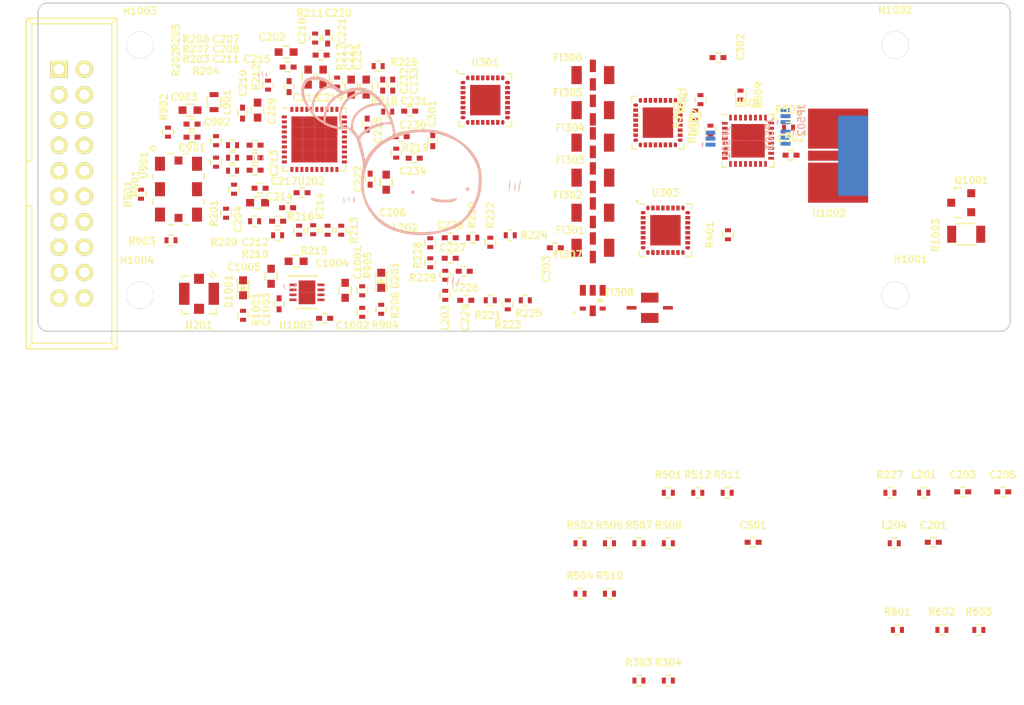
<source format=kicad_pcb>
(kicad_pcb (version 4) (host pcbnew 4.0.4-stable)
  (layers (0 F.Cu signal) (1 In1.Cu signal hide) (2 In2.Cu signal hide) (31 B.Cu signal) (34 B.Paste user) (35 F.Paste user) (36 B.SilkS user hide) (37 F.SilkS user) (38 B.Mask user) (39 F.Mask user) (44 Edge.Cuts user))
  (net 0 "")
  (net 1 GND)
  (net 2 "Net-(C207-Pad1)")
  (net 3 "Net-(C207-Pad2)")
  (net 4 "Net-(C208-Pad1)")
  (net 5 "Net-(C208-Pad2)")
  (net 6 "Net-(C209-Pad1)")
  (net 7 "Net-(C211-Pad2)")
  (net 8 /frequency_synth/Vtune_mid)
  (net 9 "Net-(C212-Pad2)")
  (net 10 "Net-(C216-Pad2)")
  (net 11 "Net-(C218-Pad1)")
  (net 12 "Net-(C219-Pad1)")
  (net 13 "Net-(C220-Pad2)")
  (net 14 "Net-(C221-Pad2)")
  (net 15 "Net-(C223-Pad1)")
  (net 16 "Net-(C224-Pad1)")
  (net 17 "Net-(C228-Pad1)")
  (net 18 "Net-(C229-Pad1)")
  (net 19 +5V)
  (net 20 /attenuator/ATT_RFIN)
  (net 21 "Net-(C901-Pad1)")
  (net 22 /frequency_synth/MUXout)
  (net 23 "Net-(D201-Pad1)")
  (net 24 +3V3)
  (net 25 "Net-(D1001-Pad1)")
  (net 26 "Net-(R201-Pad1)")
  (net 27 "Net-(R201-Pad2)")
  (net 28 /frequency_synth/LMX_REFIN_P)
  (net 29 /frequency_synth/LMX_REFIN_N)
  (net 30 /frequency_synth/CSB)
  (net 31 /frequency_synth/SDI)
  (net 32 /frequency_synth/SCK)
  (net 33 "Net-(R217-Pad2)")
  (net 34 "Net-(C1002-Pad2)")
  (net 35 "Net-(C1003-Pad2)")
  (net 36 "Net-(C1004-Pad2)")
  (net 37 "Net-(Q1001-Pad3)")
  (net 38 "Net-(R202-Pad2)")
  (net 39 /attenuator/ATT_RFOUT)
  (net 40 "Net-(L202-Pad2)")
  (net 41 "Net-(L203-Pad1)")
  (net 42 /LMX_CE)
  (net 43 /LMX_CSB)
  (net 44 /LMX_MUX)
  (net 45 /LMX_SDI)
  (net 46 /LMX_SCK)
  (net 47 /REF_SDA)
  (net 48 /REF_SCL)
  (net 49 /REF_OE)
  (net 50 "/filter bank/RFINB")
  (net 51 "/filter bank/RFINA")
  (net 52 "Net-(C230-Pad1)")
  (net 53 "/filter bank/RFIND")
  (net 54 "Net-(C231-Pad1)")
  (net 55 "/filter bank/RFINC")
  (net 56 "Net-(C502-Pad1)")
  (net 57 "/filter bank/RF_6000_OUT")
  (net 58 "/filter bank/RF_4400_OUT")
  (net 59 "/filter bank/RF_3400_IN")
  (net 60 "/filter bank/RF_3400_OUT")
  (net 61 "/filter bank/RF_2250_IN")
  (net 62 "/filter bank/RF_2250_OUT")
  (net 63 "/filter bank/RF_1450_IN")
  (net 64 "/filter bank/RF_1450_OUT")
  (net 65 "/filter bank/RF_1000_IN")
  (net 66 "/filter bank/RF_1000_OUT")
  (net 67 "Net-(FI307-Pad3)")
  (net 68 "/filter bank/RF_8400_OUT")
  (net 69 /attenuator/A0)
  (net 70 /attenuator/A1)
  (net 71 /attenuator/A2)
  (net 72 "Net-(L201-Pad2)")
  (net 73 "Net-(L204-Pad1)")
  (net 74 "/connectors, microcontroller, psu/5V_VIN")
  (net 75 "/connectors, microcontroller, psu/BYP_3V3")
  (net 76 /FILT_LF_2)
  (net 77 /FILT_LF_1)
  (net 78 /ATT_LE)
  (net 79 /FILT_HF_2)
  (net 80 "/connectors, microcontroller, psu/POW_EN")
  (net 81 /FILT_HF_1)
  (net 82 "/filter bank/SW4_LFMUX_2")
  (net 83 "/filter bank/SW4_LFMUX_1")
  (net 84 "/filter bank/SW4_HF_2")
  (net 85 "/filter bank/SW4_HF_1")
  (net 86 "Net-(R401-Pad2)")
  (net 87 /ATT_SI)
  (net 88 /ATT_CLK)
  (net 89 /attenuator/~P~/S)
  (net 90 "Net-(R506-Pad2)")
  (net 91 "Net-(R507-Pad2)")
  (net 92 "Net-(R508-Pad2)")
  (net 93 "Net-(R509-Pad2)")
  (net 94 "Net-(R510-Pad2)")
  (net 95 "Net-(R511-Pad2)")
  (net 96 "Net-(R512-Pad2)")
  (net 97 "/filter bank/RF_LFMUX_OUT")
  (module Resistors_SMD:R_0402 (layer F.Cu) (at 181.3 115 270)
    (fp_text reference R1001 (at -0.6 -1.3 270) (layer F.SilkS) (effects (font (size 0.7 0.7))))
    (fp_text value 10k)
    (pad 1 smd rect (at -0.45 0 270) (size 0.4 0.6) (layers F.Cu F.Paste F.Mask) (net 25 "Net-(D1001-Pad1)"))
    (pad 2 smd rect (at 0.45 0 270) (size 0.4 0.6) (layers F.Cu F.Paste F.Mask) (net 1 GND))
  )
  (module LEDs:LED_0603 (layer F.Cu) (at 181.3 112.2507 90)
    (fp_text reference D1001 (at -0.3493 -1.425 90) (layer F.SilkS) (effects (font (size 0.7 0.7))))
    (fp_text value LED)
    (pad 2 smd rect (at 0.7493 0 270) (size 0.79756 0.79756) (layers F.Cu F.Paste F.Mask) (net 24 +3V3))
    (pad 1 smd rect (at -0.7493 0 270) (size 0.79756 0.79756) (layers F.Cu F.Paste F.Mask) (net 25 "Net-(D1001-Pad1)"))
  )
  (module Capacitors_SMD:C_0603 (layer F.Cu) (at 185.6 88.7 180)
    (fp_text reference C202 (at 1.4 1.5 180) (layer F.SilkS) (effects (font (size 0.7 0.7))))
    (fp_text value "10 uF")
    (pad 1 smd rect (at -0.75 0 180) (size 0.8 0.75) (layers F.Cu F.Paste F.Mask) (net 24 +3V3))
    (pad 2 smd rect (at 0.75 0 180) (size 0.8 0.75) (layers F.Cu F.Paste F.Mask) (net 1 GND))
  )
  (module Capacitors_SMD:C_0603 (layer F.Cu) (at 182.75 103.75 180)
    (fp_text reference C204 (at 1.95 -1.65 270) (layer F.SilkS) (effects (font (size 0.7 0.7))))
    (fp_text value "10 uF")
    (pad 1 smd rect (at -0.75 0 180) (size 0.8 0.75) (layers F.Cu F.Paste F.Mask) (net 24 +3V3))
    (pad 2 smd rect (at 0.75 0 180) (size 0.8 0.75) (layers F.Cu F.Paste F.Mask) (net 1 GND))
  )
  (module Capacitors_SMD:C_0603 (layer F.Cu) (at 195.6 101.7 270)
    (fp_text reference C206 (at 3.05 -0.65 360) (layer F.SilkS) (effects (font (size 0.7 0.7))))
    (fp_text value "10 uF")
    (pad 1 smd rect (at -0.75 0 270) (size 0.8 0.75) (layers F.Cu F.Paste F.Mask) (net 24 +3V3))
    (pad 2 smd rect (at 0.75 0 270) (size 0.8 0.75) (layers F.Cu F.Paste F.Mask) (net 1 GND))
  )
  (module Capacitors_SMD:C_0402 (layer F.Cu) (at 182.5 98 180)
    (fp_text reference C207 (at 2.9 10.6 180) (layer F.SilkS) (effects (font (size 0.7 0.7))))
    (fp_text value "100 nF")
    (pad 1 smd rect (at -0.55 0 180) (size 0.6 0.5) (layers F.Cu F.Paste F.Mask) (net 2 "Net-(C207-Pad1)"))
    (pad 2 smd rect (at 0.55 0 180) (size 0.6 0.5) (layers F.Cu F.Paste F.Mask) (net 3 "Net-(C207-Pad2)"))
  )
  (module Capacitors_SMD:C_0402 (layer F.Cu) (at 182.5 99.25)
    (fp_text reference C208 (at -2.9 -10.85) (layer F.SilkS) (effects (font (size 0.7 0.7))))
    (fp_text value "100 nF")
    (pad 1 smd rect (at -0.55 0) (size 0.6 0.5) (layers F.Cu F.Paste F.Mask) (net 4 "Net-(C208-Pad1)"))
    (pad 2 smd rect (at 0.55 0) (size 0.6 0.5) (layers F.Cu F.Paste F.Mask) (net 5 "Net-(C208-Pad2)"))
  )
  (module Capacitors_SMD:C_0603 (layer F.Cu) (at 182.75 94.5 90)
    (fp_text reference C209 (at -0.1 1.45 90) (layer F.SilkS) (effects (font (size 0.7 0.7))))
    (fp_text value "10 uF")
    (pad 1 smd rect (at -0.75 0 90) (size 0.8 0.75) (layers F.Cu F.Paste F.Mask) (net 6 "Net-(C209-Pad1)"))
    (pad 2 smd rect (at 0.75 0 90) (size 0.8 0.75) (layers F.Cu F.Paste F.Mask) (net 1 GND))
  )
  (module Capacitors_SMD:C_0402 (layer F.Cu) (at 181.25 94.8 270)
    (fp_text reference C210 (at -3 -0.05 450) (layer F.SilkS) (effects (font (size 0.7 0.7))))
    (fp_text value "100 nF")
    (pad 1 smd rect (at -0.55 0 270) (size 0.6 0.5) (layers F.Cu F.Paste F.Mask) (net 1 GND))
    (pad 2 smd rect (at 0.55 0 270) (size 0.6 0.5) (layers F.Cu F.Paste F.Mask) (net 24 +3V3))
  )
  (module Capacitors_SMD:C_0402 (layer F.Cu) (at 182.5 100.5)
    (fp_text reference C211 (at -2.9 -11.1) (layer F.SilkS) (effects (font (size 0.7 0.7))))
    (fp_text value "1 uF")
    (pad 1 smd rect (at -0.55 0) (size 0.6 0.5) (layers F.Cu F.Paste F.Mask) (net 1 GND))
    (pad 2 smd rect (at 0.55 0) (size 0.6 0.5) (layers F.Cu F.Paste F.Mask) (net 7 "Net-(C211-Pad2)"))
  )
  (module Capacitors_SMD:C_0402 (layer F.Cu) (at 184.75 105.6 180)
    (fp_text reference C212 (at 2.25 -2.1 180) (layer F.SilkS) (effects (font (size 0.7 0.7))))
    (fp_text value "47 nF")
    (pad 1 smd rect (at -0.55 0 180) (size 0.6 0.5) (layers F.Cu F.Paste F.Mask) (net 8 /frequency_synth/Vtune_mid))
    (pad 2 smd rect (at 0.55 0 180) (size 0.6 0.5) (layers F.Cu F.Paste F.Mask) (net 9 "Net-(C212-Pad2)"))
  )
  (module Capacitors_SMD:C_0402 (layer F.Cu) (at 183 102.3)
    (fp_text reference C213 (at 1.4 -2.5 90) (layer F.SilkS) (effects (font (size 0.7 0.7))))
    (fp_text value "100 nF")
    (pad 1 smd rect (at -0.55 0) (size 0.6 0.5) (layers F.Cu F.Paste F.Mask) (net 1 GND))
    (pad 2 smd rect (at 0.55 0) (size 0.6 0.5) (layers F.Cu F.Paste F.Mask) (net 24 +3V3))
  )
  (module Capacitors_SMD:C_0402 (layer F.Cu) (at 185.75 104.25)
    (fp_text reference C214 (at -0.8 -1.1) (layer F.SilkS) (effects (font (size 0.7 0.7))))
    (fp_text value "560 pF")
    (pad 1 smd rect (at -0.55 0) (size 0.6 0.5) (layers F.Cu F.Paste F.Mask) (net 8 /frequency_synth/Vtune_mid))
    (pad 2 smd rect (at 0.55 0) (size 0.6 0.5) (layers F.Cu F.Paste F.Mask) (net 1 GND))
  )
  (module Capacitors_SMD:C_0402 (layer F.Cu) (at 185.8 90.2 180)
    (fp_text reference C215 (at 3.1 0.8 180) (layer F.SilkS) (effects (font (size 0.7 0.7))))
    (fp_text value "100 nF")
    (pad 1 smd rect (at -0.55 0 180) (size 0.6 0.5) (layers F.Cu F.Paste F.Mask) (net 24 +3V3))
    (pad 2 smd rect (at 0.55 0 180) (size 0.6 0.5) (layers F.Cu F.Paste F.Mask) (net 1 GND))
  )
  (module Capacitors_SMD:C_0402 (layer F.Cu) (at 185.9 92.15 270)
    (fp_text reference C216 (at 1.1 -1.7 360) (layer F.SilkS) (effects (font (size 0.7 0.7))))
    (fp_text value "1 uF")
    (pad 1 smd rect (at -0.55 0 270) (size 0.6 0.5) (layers F.Cu F.Paste F.Mask) (net 1 GND))
    (pad 2 smd rect (at 0.55 0 270) (size 0.6 0.5) (layers F.Cu F.Paste F.Mask) (net 10 "Net-(C216-Pad2)"))
  )
  (module Capacitors_SMD:C_0402 (layer F.Cu) (at 187.2 102.75)
    (fp_text reference C217 (at -1.8 -1.15) (layer F.SilkS) (effects (font (size 0.7 0.7))))
    (fp_text value "100 nF")
    (pad 1 smd rect (at -0.55 0) (size 0.6 0.5) (layers F.Cu F.Paste F.Mask) (net 1 GND))
    (pad 2 smd rect (at 0.55 0) (size 0.6 0.5) (layers F.Cu F.Paste F.Mask) (net 24 +3V3))
  )
  (module Capacitors_SMD:C_0603 (layer F.Cu) (at 187.8 91.2 90)
    (fp_text reference C218 (at 4.6 -0.6 90) (layer F.SilkS) (effects (font (size 0.7 0.7))))
    (fp_text value "10 uF")
    (pad 1 smd rect (at -0.75 0 90) (size 0.8 0.75) (layers F.Cu F.Paste F.Mask) (net 11 "Net-(C218-Pad1)"))
    (pad 2 smd rect (at 0.75 0 90) (size 0.8 0.75) (layers F.Cu F.Paste F.Mask) (net 1 GND))
  )
  (module Capacitors_SMD:C_0603 (layer F.Cu) (at 189.3 91.2 90)
    (fp_text reference C219 (at -2.05 0.7 180) (layer F.SilkS) (effects (font (size 0.7 0.7))))
    (fp_text value "10 uF")
    (pad 1 smd rect (at -0.75 0 90) (size 0.8 0.75) (layers F.Cu F.Paste F.Mask) (net 12 "Net-(C219-Pad1)"))
    (pad 2 smd rect (at 0.75 0 90) (size 0.8 0.75) (layers F.Cu F.Paste F.Mask) (net 1 GND))
  )
  (module Capacitors_SMD:C_0402 (layer F.Cu) (at 189.75 87.3 90)
    (fp_text reference C220 (at 2.5 1.05 180) (layer F.SilkS) (effects (font (size 0.7 0.7))))
    (fp_text value DNP)
    (pad 1 smd rect (at -0.55 0 90) (size 0.6 0.5) (layers F.Cu F.Paste F.Mask) (net 1 GND))
    (pad 2 smd rect (at 0.55 0 90) (size 0.6 0.5) (layers F.Cu F.Paste F.Mask) (net 13 "Net-(C220-Pad2)"))
  )
  (module Capacitors_SMD:C_0402 (layer F.Cu) (at 189.1 89 180)
    (fp_text reference C221 (at -2.1 2.4 450) (layer F.SilkS) (effects (font (size 0.7 0.7))))
    (fp_text value "6800 pF")
    (pad 1 smd rect (at -0.55 0 180) (size 0.6 0.5) (layers F.Cu F.Paste F.Mask) (net 1 GND))
    (pad 2 smd rect (at 0.55 0 180) (size 0.6 0.5) (layers F.Cu F.Paste F.Mask) (net 14 "Net-(C221-Pad2)"))
  )
  (module Capacitors_SMD:C_0402 (layer F.Cu) (at 194 101.4 270)
    (fp_text reference C222 (at 0 1.2 270) (layer F.SilkS) (effects (font (size 0.7 0.7))))
    (fp_text value "100 nF")
    (pad 1 smd rect (at -0.55 0 270) (size 0.6 0.5) (layers F.Cu F.Paste F.Mask) (net 24 +3V3))
    (pad 2 smd rect (at 0.55 0 270) (size 0.6 0.5) (layers F.Cu F.Paste F.Mask) (net 1 GND))
  )
  (module Capacitors_SMD:C_0603 (layer F.Cu) (at 192.1 92.2 90)
    (fp_text reference C223 (at 3 -0.2 90) (layer F.SilkS) (effects (font (size 0.7 0.7))))
    (fp_text value "10 uF")
    (pad 1 smd rect (at -0.75 0 90) (size 0.8 0.75) (layers F.Cu F.Paste F.Mask) (net 15 "Net-(C223-Pad1)"))
    (pad 2 smd rect (at 0.75 0 90) (size 0.8 0.75) (layers F.Cu F.Paste F.Mask) (net 1 GND))
  )
  (module Capacitors_SMD:C_0603 (layer F.Cu) (at 193.6 92.2 90)
    (fp_text reference C224 (at 3 -0.85 90) (layer F.SilkS) (effects (font (size 0.7 0.7))))
    (fp_text value "10 uF")
    (pad 1 smd rect (at -0.75 0 90) (size 0.8 0.75) (layers F.Cu F.Paste F.Mask) (net 16 "Net-(C224-Pad1)"))
    (pad 2 smd rect (at 0.75 0 90) (size 0.8 0.75) (layers F.Cu F.Paste F.Mask) (net 1 GND))
  )
  (module Capacitors_SMD:C_0402 (layer F.Cu) (at 193.7 95.9 270)
    (fp_text reference C225 (at 0.6 -1.1 270) (layer F.SilkS) (effects (font (size 0.7 0.7))))
    (fp_text value "100 nF")
    (pad 1 smd rect (at -0.55 0 270) (size 0.6 0.5) (layers F.Cu F.Paste F.Mask) (net 1 GND))
    (pad 2 smd rect (at 0.55 0 270) (size 0.6 0.5) (layers F.Cu F.Paste F.Mask) (net 24 +3V3))
  )
  (module Capacitors_SMD:C_0402 (layer F.Cu) (at 203.4 110.6 180)
    (fp_text reference C226 (at -0.1 -1.65 360) (layer F.SilkS) (effects (font (size 0.7 0.7))))
    (fp_text value "30 pF")
    (pad 1 smd rect (at -0.55 0 180) (size 0.6 0.5) (layers F.Cu F.Paste F.Mask) (net 24 +3V3))
    (pad 2 smd rect (at 0.55 0 180) (size 0.6 0.5) (layers F.Cu F.Paste F.Mask) (net 1 GND))
  )
  (module Capacitors_SMD:C_0402 (layer F.Cu) (at 202 109.3 180)
    (fp_text reference C227 (at -0.25 1.05 180) (layer F.SilkS) (effects (font (size 0.7 0.7))))
    (fp_text value "100 nF")
    (pad 1 smd rect (at -0.55 0 180) (size 0.6 0.5) (layers F.Cu F.Paste F.Mask) (net 24 +3V3))
    (pad 2 smd rect (at 0.55 0 180) (size 0.6 0.5) (layers F.Cu F.Paste F.Mask) (net 1 GND))
  )
  (module Capacitors_SMD:C_0402 (layer F.Cu) (at 202 107.25 180)
    (fp_text reference C228 (at 0 1.25 360) (layer F.SilkS) (effects (font (size 0.7 0.7))))
    (fp_text value "10 pF")
    (pad 1 smd rect (at -0.55 0 180) (size 0.6 0.5) (layers F.Cu F.Paste F.Mask) (net 17 "Net-(C228-Pad1)"))
    (pad 2 smd rect (at 0.55 0 180) (size 0.6 0.5) (layers F.Cu F.Paste F.Mask) (net 50 "/filter bank/RFINB"))
  )
  (module Capacitors_SMD:C_0402 (layer F.Cu) (at 203.55 113.5 180)
    (fp_text reference C229 (at 0.05 -1.75 450) (layer F.SilkS) (effects (font (size 0.7 0.7))))
    (fp_text value "10 pF")
    (pad 1 smd rect (at -0.55 0 180) (size 0.6 0.5) (layers F.Cu F.Paste F.Mask) (net 18 "Net-(C229-Pad1)"))
    (pad 2 smd rect (at 0.55 0 180) (size 0.6 0.5) (layers F.Cu F.Paste F.Mask) (net 51 "/filter bank/RFINA"))
  )
  (module Capacitors_SMD:C_0402 (layer F.Cu) (at 197.1 97.15 180)
    (fp_text reference C230 (at -1.15 1.15 180) (layer F.SilkS) (effects (font (size 0.7 0.7))))
    (fp_text value "10 pF")
    (pad 1 smd rect (at -0.55 0 180) (size 0.6 0.5) (layers F.Cu F.Paste F.Mask) (net 52 "Net-(C230-Pad1)"))
    (pad 2 smd rect (at 0.55 0 180) (size 0.6 0.5) (layers F.Cu F.Paste F.Mask) (net 53 "/filter bank/RFIND"))
  )
  (module Capacitors_SMD:C_0402 (layer F.Cu) (at 197.95 94.6 180)
    (fp_text reference C231 (at -0.45 1 180) (layer F.SilkS) (effects (font (size 0.7 0.7))))
    (fp_text value "10 pF")
    (pad 1 smd rect (at -0.55 0 180) (size 0.6 0.5) (layers F.Cu F.Paste F.Mask) (net 54 "Net-(C231-Pad1)"))
    (pad 2 smd rect (at 0.55 0 180) (size 0.6 0.5) (layers F.Cu F.Paste F.Mask) (net 55 "/filter bank/RFINC"))
  )
  (module Capacitors_SMD:C_0402 (layer F.Cu) (at 195.25 92 270)
    (fp_text reference C232 (at -0.4 -2.15 270) (layer F.SilkS) (effects (font (size 0.7 0.7))))
    (fp_text value "30 pF")
    (pad 1 smd rect (at -0.55 0 270) (size 0.6 0.5) (layers F.Cu F.Paste F.Mask) (net 24 +3V3))
    (pad 2 smd rect (at 0.55 0 270) (size 0.6 0.5) (layers F.Cu F.Paste F.Mask) (net 1 GND))
  )
  (module Capacitors_SMD:C_0402 (layer F.Cu) (at 196.25 92 270)
    (fp_text reference C233 (at -0.4 -2.15 270) (layer F.SilkS) (effects (font (size 0.7 0.7))))
    (fp_text value "30 pF")
    (pad 1 smd rect (at -0.55 0 270) (size 0.6 0.5) (layers F.Cu F.Paste F.Mask) (net 24 +3V3))
    (pad 2 smd rect (at 0.55 0 270) (size 0.6 0.5) (layers F.Cu F.Paste F.Mask) (net 1 GND))
  )
  (module Capacitors_SMD:C_0402 (layer F.Cu) (at 198.4 99.3 180)
    (fp_text reference C234 (at 0.15 -1.3 180) (layer F.SilkS) (effects (font (size 0.7 0.7))))
    (fp_text value "30 pF")
    (pad 1 smd rect (at -0.55 0 180) (size 0.6 0.5) (layers F.Cu F.Paste F.Mask) (net 24 +3V3))
    (pad 2 smd rect (at 0.55 0 180) (size 0.6 0.5) (layers F.Cu F.Paste F.Mask) (net 1 GND))
  )
  (module Capacitors_SMD:C_0402 (layer F.Cu) (at 200.25 97.55 90)
    (fp_text reference C301 (at 2.7 -0.05 90) (layer F.SilkS) (effects (font (size 0.7 0.7))))
    (fp_text value "100 nF")
    (pad 1 smd rect (at -0.55 0 90) (size 0.6 0.5) (layers F.Cu F.Paste F.Mask) (net 24 +3V3))
    (pad 2 smd rect (at 0.55 0 90) (size 0.6 0.5) (layers F.Cu F.Paste F.Mask) (net 1 GND))
  )
  (module Capacitors_SMD:C_0402 (layer F.Cu) (at 228.75 89.25 180)
    (fp_text reference C302 (at -2.25 1.05 270) (layer F.SilkS) (effects (font (size 0.7 0.7))))
    (fp_text value "100 nF")
    (pad 1 smd rect (at -0.55 0 180) (size 0.6 0.5) (layers F.Cu F.Paste F.Mask) (net 24 +3V3))
    (pad 2 smd rect (at 0.55 0 180) (size 0.6 0.5) (layers F.Cu F.Paste F.Mask) (net 1 GND))
  )
  (module Capacitors_SMD:C_0402 (layer F.Cu) (at 212.5 108.25 180)
    (fp_text reference C303 (at 0.9 -2.15 270) (layer F.SilkS) (effects (font (size 0.7 0.7))))
    (fp_text value "100 nF")
    (pad 1 smd rect (at -0.55 0 180) (size 0.6 0.5) (layers F.Cu F.Paste F.Mask) (net 24 +3V3))
    (pad 2 smd rect (at 0.55 0 180) (size 0.6 0.5) (layers F.Cu F.Paste F.Mask) (net 1 GND))
  )
  (module Capacitors_SMD:C_0402 (layer F.Cu) (at 176.2 97.2 180)
    (fp_text reference C901 (at 0 -1.05 180) (layer F.SilkS) (effects (font (size 0.7 0.7))))
    (fp_text value "100 nF")
    (pad 1 smd rect (at -0.55 0 180) (size 0.6 0.5) (layers F.Cu F.Paste F.Mask) (net 21 "Net-(C901-Pad1)"))
    (pad 2 smd rect (at 0.55 0 180) (size 0.6 0.5) (layers F.Cu F.Paste F.Mask) (net 1 GND))
  )
  (module Capacitors_SMD:C_0402 (layer F.Cu) (at 176.2 95.9 180)
    (fp_text reference C902 (at -2.5 0.2 360) (layer F.SilkS) (effects (font (size 0.7 0.7))))
    (fp_text value "1 uF")
    (pad 1 smd rect (at -0.55 0 180) (size 0.6 0.5) (layers F.Cu F.Paste F.Mask) (net 21 "Net-(C901-Pad1)"))
    (pad 2 smd rect (at 0.55 0 180) (size 0.6 0.5) (layers F.Cu F.Paste F.Mask) (net 1 GND))
  )
  (module Capacitors_SMD:C_0603 (layer F.Cu) (at 176 94.5 180)
    (fp_text reference C903 (at 0.6 1.3 180) (layer F.SilkS) (effects (font (size 0.7 0.7))))
    (fp_text value "10 uF")
    (pad 1 smd rect (at -0.75 0 180) (size 0.8 0.75) (layers F.Cu F.Paste F.Mask) (net 21 "Net-(C901-Pad1)"))
    (pad 2 smd rect (at 0.75 0 180) (size 0.8 0.75) (layers F.Cu F.Paste F.Mask) (net 1 GND))
  )
  (module LEDs:LED_0603 (layer F.Cu) (at 195.1 111.5 90)
    (fp_text reference D201 (at 0.5 1.4 90) (layer F.SilkS) (effects (font (size 0.7 0.7))))
    (fp_text value LED)
    (pad 2 smd rect (at 0.7493 0 270) (size 0.79756 0.79756) (layers F.Cu F.Paste F.Mask) (net 22 /frequency_synth/MUXout))
    (pad 1 smd rect (at -0.7493 0 270) (size 0.79756 0.79756) (layers F.Cu F.Paste F.Mask) (net 23 "Net-(D201-Pad1)"))
  )
  (module vna_footprints:FV1206 (layer F.Cu) (at 216.25 108.25)
    (fp_text reference FI301 (at -2.25 -1.75) (layer F.SilkS) (effects (font (size 0.7 0.7))))
    (fp_text value LFCN-6000D+)
    (pad 1 smd rect (at -1.625 0) (size 1.04 1.8) (layers F.Cu F.Paste F.Mask) (net 50 "/filter bank/RFINB"))
    (pad 3 smd rect (at 1.625 0) (size 1.04 1.8) (layers F.Cu F.Paste F.Mask) (net 57 "/filter bank/RF_6000_OUT"))
    (pad 2 smd rect (at 0 0.9275) (size 0.61 1.245) (layers F.Cu F.Paste F.Mask) (net 1 GND))
    (pad 2 smd rect (at 0 -0.9275) (size 0.61 1.245) (layers F.Cu F.Paste F.Mask) (net 1 GND))
  )
  (module vna_footprints:FV1206 (layer F.Cu) (at 216.25 104.75)
    (fp_text reference FI302 (at -2.5 -1.75) (layer F.SilkS) (effects (font (size 0.7 0.7))))
    (fp_text value LFCN-4400+)
    (pad 1 smd rect (at -1.625 0) (size 1.04 1.8) (layers F.Cu F.Paste F.Mask) (net 55 "/filter bank/RFINC"))
    (pad 3 smd rect (at 1.625 0) (size 1.04 1.8) (layers F.Cu F.Paste F.Mask) (net 58 "/filter bank/RF_4400_OUT"))
    (pad 2 smd rect (at 0 0.9275) (size 0.61 1.245) (layers F.Cu F.Paste F.Mask) (net 1 GND))
    (pad 2 smd rect (at 0 -0.9275) (size 0.61 1.245) (layers F.Cu F.Paste F.Mask) (net 1 GND))
  )
  (module vna_footprints:FV1206 (layer F.Cu) (at 216.25 101.25)
    (fp_text reference FI303 (at -2.25 -1.75) (layer F.SilkS) (effects (font (size 0.7 0.7))))
    (fp_text value LFCN-3400+)
    (pad 1 smd rect (at -1.625 0) (size 1.04 1.8) (layers F.Cu F.Paste F.Mask) (net 59 "/filter bank/RF_3400_IN"))
    (pad 3 smd rect (at 1.625 0) (size 1.04 1.8) (layers F.Cu F.Paste F.Mask) (net 60 "/filter bank/RF_3400_OUT"))
    (pad 2 smd rect (at 0 0.9275) (size 0.61 1.245) (layers F.Cu F.Paste F.Mask) (net 1 GND))
    (pad 2 smd rect (at 0 -0.9275) (size 0.61 1.245) (layers F.Cu F.Paste F.Mask) (net 1 GND))
  )
  (module vna_footprints:FV1206 (layer F.Cu) (at 216.25 97.75)
    (fp_text reference FI304 (at -2.25 -1.5) (layer F.SilkS) (effects (font (size 0.7 0.7))))
    (fp_text value LFCN-2250+)
    (pad 1 smd rect (at -1.625 0) (size 1.04 1.8) (layers F.Cu F.Paste F.Mask) (net 61 "/filter bank/RF_2250_IN"))
    (pad 3 smd rect (at 1.625 0) (size 1.04 1.8) (layers F.Cu F.Paste F.Mask) (net 62 "/filter bank/RF_2250_OUT"))
    (pad 2 smd rect (at 0 0.9275) (size 0.61 1.245) (layers F.Cu F.Paste F.Mask) (net 1 GND))
    (pad 2 smd rect (at 0 -0.9275) (size 0.61 1.245) (layers F.Cu F.Paste F.Mask) (net 1 GND))
  )
  (module vna_footprints:FV1206 (layer F.Cu) (at 216.25 94.5)
    (fp_text reference FI305 (at -2.5 -1.75) (layer F.SilkS) (effects (font (size 0.7 0.7))))
    (fp_text value LFCN-1450+)
    (pad 1 smd rect (at -1.625 0) (size 1.04 1.8) (layers F.Cu F.Paste F.Mask) (net 63 "/filter bank/RF_1450_IN"))
    (pad 3 smd rect (at 1.625 0) (size 1.04 1.8) (layers F.Cu F.Paste F.Mask) (net 64 "/filter bank/RF_1450_OUT"))
    (pad 2 smd rect (at 0 0.9275) (size 0.61 1.245) (layers F.Cu F.Paste F.Mask) (net 1 GND))
    (pad 2 smd rect (at 0 -0.9275) (size 0.61 1.245) (layers F.Cu F.Paste F.Mask) (net 1 GND))
  )
  (module vna_footprints:FV1206 (layer F.Cu) (at 216.25 91)
    (fp_text reference FI306 (at -2.5 -1.75) (layer F.SilkS) (effects (font (size 0.7 0.7))))
    (fp_text value LFCN-1000+)
    (pad 1 smd rect (at -1.625 0) (size 1.04 1.8) (layers F.Cu F.Paste F.Mask) (net 65 "/filter bank/RF_1000_IN"))
    (pad 3 smd rect (at 1.625 0) (size 1.04 1.8) (layers F.Cu F.Paste F.Mask) (net 66 "/filter bank/RF_1000_OUT"))
    (pad 2 smd rect (at 0 0.9275) (size 0.61 1.245) (layers F.Cu F.Paste F.Mask) (net 1 GND))
    (pad 2 smd rect (at 0 -0.9275) (size 0.61 1.245) (layers F.Cu F.Paste F.Mask) (net 1 GND))
  )
  (module Resistors_SMD:R_0402 (layer F.Cu) (at 200 107.75 270)
    (fp_text reference L202 (at -1.5 2.5 360) (layer F.SilkS) (effects (font (size 0.7 0.7))))
    (fp_text value "5.6 nH")
    (pad 1 smd rect (at -0.45 0 270) (size 0.4 0.6) (layers F.Cu F.Paste F.Mask) (net 24 +3V3))
    (pad 2 smd rect (at 0.45 0 270) (size 0.4 0.6) (layers F.Cu F.Paste F.Mask) (net 40 "Net-(L202-Pad2)"))
  )
  (module Resistors_SMD:R_0402 (layer F.Cu) (at 201.5 113 270)
    (fp_text reference L203 (at 2.25 0 270) (layer F.SilkS) (effects (font (size 0.7 0.7))))
    (fp_text value "5.6 nH")
    (pad 1 smd rect (at -0.45 0 270) (size 0.4 0.6) (layers F.Cu F.Paste F.Mask) (net 41 "Net-(L203-Pad1)"))
    (pad 2 smd rect (at 0.45 0 270) (size 0.4 0.6) (layers F.Cu F.Paste F.Mask) (net 51 "/filter bank/RFINA"))
  )
  (module Resistors_SMD:R_0603 (layer F.Cu) (at 178.4 93.7 270)
    (fp_text reference L901 (at 0 -1.3 270) (layer F.SilkS) (effects (font (size 0.7 0.7))))
    (fp_text value "FERRITE CHIP")
    (pad 1 smd rect (at -0.75 0 270) (size 0.5 0.9) (layers F.Cu F.Paste F.Mask) (net 24 +3V3))
    (pad 2 smd rect (at 0.75 0 270) (size 0.5 0.9) (layers F.Cu F.Paste F.Mask) (net 21 "Net-(C901-Pad1)"))
  )
  (module Resistors_SMD:R_0402 (layer F.Cu) (at 179.6 104.8 90)
    (fp_text reference R201 (at 0 -1.2 90) (layer F.SilkS) (effects (font (size 0.7 0.7))))
    (fp_text value DNP)
    (pad 1 smd rect (at -0.45 0 90) (size 0.4 0.6) (layers F.Cu F.Paste F.Mask) (net 26 "Net-(R201-Pad1)"))
    (pad 2 smd rect (at 0.45 0 90) (size 0.4 0.6) (layers F.Cu F.Paste F.Mask) (net 27 "Net-(R201-Pad2)"))
  )
  (module Resistors_SMD:R_0402 (layer F.Cu) (at 178.6 99.7 90)
    (fp_text reference R202 (at 9.9 -4 90) (layer F.SilkS) (effects (font (size 0.7 0.7))))
    (fp_text value 0)
    (pad 1 smd rect (at -0.45 0 90) (size 0.4 0.6) (layers F.Cu F.Paste F.Mask) (net 29 /frequency_synth/LMX_REFIN_N))
    (pad 2 smd rect (at 0.45 0 90) (size 0.4 0.6) (layers F.Cu F.Paste F.Mask) (net 38 "Net-(R202-Pad2)"))
  )
  (module Resistors_SMD:R_0402 (layer F.Cu) (at 180.25 100.55)
    (fp_text reference R203 (at -3.65 -11.15) (layer F.SilkS) (effects (font (size 0.7 0.7))))
    (fp_text value 0)
    (pad 1 smd rect (at -0.45 0) (size 0.4 0.6) (layers F.Cu F.Paste F.Mask) (net 28 /frequency_synth/LMX_REFIN_P))
    (pad 2 smd rect (at 0.45 0) (size 0.4 0.6) (layers F.Cu F.Paste F.Mask) (net 27 "Net-(R201-Pad2)"))
  )
  (module Resistors_SMD:R_0402 (layer F.Cu) (at 180.4 102.4 270)
    (fp_text reference R204 (at -11.8 2.8 540) (layer F.SilkS) (effects (font (size 0.7 0.7))))
    (fp_text value 68)
    (pad 1 smd rect (at -0.45 0 270) (size 0.4 0.6) (layers F.Cu F.Paste F.Mask) (net 27 "Net-(R201-Pad2)"))
    (pad 2 smd rect (at 0.45 0 270) (size 0.4 0.6) (layers F.Cu F.Paste F.Mask) (net 1 GND))
  )
  (module Resistors_SMD:R_0402 (layer F.Cu) (at 178.6 97.55 90)
    (fp_text reference R205 (at 10.35 -4 270) (layer F.SilkS) (effects (font (size 0.7 0.7))))
    (fp_text value 68)
    (pad 1 smd rect (at -0.45 0 90) (size 0.4 0.6) (layers F.Cu F.Paste F.Mask) (net 38 "Net-(R202-Pad2)"))
    (pad 2 smd rect (at 0.45 0 90) (size 0.4 0.6) (layers F.Cu F.Paste F.Mask) (net 1 GND))
  )
  (module Resistors_SMD:R_0402 (layer F.Cu) (at 180.25 98 180)
    (fp_text reference R206 (at 3.65 10.6 180) (layer F.SilkS) (effects (font (size 0.7 0.7))))
    (fp_text value 18)
    (pad 1 smd rect (at -0.45 0 180) (size 0.4 0.6) (layers F.Cu F.Paste F.Mask) (net 3 "Net-(C207-Pad2)"))
    (pad 2 smd rect (at 0.45 0 180) (size 0.4 0.6) (layers F.Cu F.Paste F.Mask) (net 38 "Net-(R202-Pad2)"))
  )
  (module Resistors_SMD:R_0402 (layer F.Cu) (at 180.25 99.25 180)
    (fp_text reference R207 (at 3.65 10.85 180) (layer F.SilkS) (effects (font (size 0.7 0.7))))
    (fp_text value 18)
    (pad 1 smd rect (at -0.45 0 180) (size 0.4 0.6) (layers F.Cu F.Paste F.Mask) (net 4 "Net-(C208-Pad1)"))
    (pad 2 smd rect (at 0.45 0 180) (size 0.4 0.6) (layers F.Cu F.Paste F.Mask) (net 27 "Net-(R201-Pad2)"))
  )
  (module Resistors_SMD:R_0402 (layer F.Cu) (at 195.1 114.4 90)
    (fp_text reference R208 (at 0.4 1.4 90) (layer F.SilkS) (effects (font (size 0.7 0.7))))
    (fp_text value 1k)
    (pad 1 smd rect (at -0.45 0 90) (size 0.4 0.6) (layers F.Cu F.Paste F.Mask) (net 1 GND))
    (pad 2 smd rect (at 0.45 0 90) (size 0.4 0.6) (layers F.Cu F.Paste F.Mask) (net 23 "Net-(D201-Pad1)"))
  )
  (module Resistors_SMD:R_0402 (layer F.Cu) (at 182.45 105.6)
    (fp_text reference R209 (at -3.05 2.1) (layer F.SilkS) (effects (font (size 0.7 0.7))))
    (fp_text value 150)
    (pad 1 smd rect (at -0.45 0) (size 0.4 0.6) (layers F.Cu F.Paste F.Mask) (net 1 GND))
    (pad 2 smd rect (at 0.45 0) (size 0.4 0.6) (layers F.Cu F.Paste F.Mask) (net 9 "Net-(C212-Pad2)"))
  )
  (module Resistors_SMD:R_0402 (layer F.Cu) (at 184.75 107 180)
    (fp_text reference R210 (at 2.25 -1.9 180) (layer F.SilkS) (effects (font (size 0.7 0.7))))
    (fp_text value 12)
    (pad 1 smd rect (at -0.45 0 180) (size 0.4 0.6) (layers F.Cu F.Paste F.Mask) (net 8 /frequency_synth/Vtune_mid))
    (pad 2 smd rect (at 0.45 0 180) (size 0.4 0.6) (layers F.Cu F.Paste F.Mask) (net 13 "Net-(C220-Pad2)"))
  )
  (module Resistors_SMD:R_0402 (layer F.Cu) (at 188.5 87.3 270)
    (fp_text reference R211 (at -2.5 0.5 360) (layer F.SilkS) (effects (font (size 0.7 0.7))))
    (fp_text value 0)
    (pad 1 smd rect (at -0.45 0 270) (size 0.4 0.6) (layers F.Cu F.Paste F.Mask) (net 13 "Net-(C220-Pad2)"))
    (pad 2 smd rect (at 0.45 0 270) (size 0.4 0.6) (layers F.Cu F.Paste F.Mask) (net 14 "Net-(C221-Pad2)"))
  )
  (module Resistors_SMD:R_0402 (layer F.Cu) (at 183.8 92 270)
    (fp_text reference R212 (at -0.8 1.2 270) (layer F.SilkS) (effects (font (size 0.7 0.7))))
    (fp_text value 1k)
    (pad 1 smd rect (at -0.45 0 270) (size 0.4 0.6) (layers F.Cu F.Paste F.Mask) (net 24 +3V3))
    (pad 2 smd rect (at 0.45 0 270) (size 0.4 0.6) (layers F.Cu F.Paste F.Mask) (net 42 /LMX_CE))
  )
  (module Resistors_SMD:R_0402 (layer F.Cu) (at 191.1 106.5 270)
    (fp_text reference R213 (at 0 -1.3 270) (layer F.SilkS) (effects (font (size 0.7 0.7))))
    (fp_text value 1k)
    (pad 1 smd rect (at -0.45 0 270) (size 0.4 0.6) (layers F.Cu F.Paste F.Mask) (net 30 /frequency_synth/CSB))
    (pad 2 smd rect (at 0.45 0 270) (size 0.4 0.6) (layers F.Cu F.Paste F.Mask) (net 43 /LMX_CSB))
  )
  (module Resistors_SMD:R_0402 (layer F.Cu) (at 189.75 106.5 270)
    (fp_text reference R214 (at -2.4 0.75 270) (layer F.SilkS) (effects (font (size 0.7 0.7))))
    (fp_text value 1k)
    (pad 1 smd rect (at -0.45 0 270) (size 0.4 0.6) (layers F.Cu F.Paste F.Mask) (net 22 /frequency_synth/MUXout))
    (pad 2 smd rect (at 0.45 0 270) (size 0.4 0.6) (layers F.Cu F.Paste F.Mask) (net 44 /LMX_MUX))
  )
  (module Resistors_SMD:R_0402 (layer F.Cu) (at 188.3 106.45 270)
    (fp_text reference R215 (at 2.1 -0.1 360) (layer F.SilkS) (effects (font (size 0.7 0.7))))
    (fp_text value 1k)
    (pad 1 smd rect (at -0.45 0 270) (size 0.4 0.6) (layers F.Cu F.Paste F.Mask) (net 31 /frequency_synth/SDI))
    (pad 2 smd rect (at 0.45 0 270) (size 0.4 0.6) (layers F.Cu F.Paste F.Mask) (net 45 /LMX_SDI))
  )
  (module Resistors_SMD:R_0402 (layer F.Cu) (at 186.9 106.5 270)
    (fp_text reference R216 (at -1.35 -0.15 360) (layer F.SilkS) (effects (font (size 0.7 0.7))))
    (fp_text value 1k)
    (pad 1 smd rect (at -0.45 0 270) (size 0.4 0.6) (layers F.Cu F.Paste F.Mask) (net 32 /frequency_synth/SCK))
    (pad 2 smd rect (at 0.45 0 270) (size 0.4 0.6) (layers F.Cu F.Paste F.Mask) (net 46 /LMX_SCK))
  )
  (module Resistors_SMD:R_0402 (layer F.Cu) (at 190.7 91.7 270)
    (fp_text reference R217 (at -2.5 -0.35 270) (layer F.SilkS) (effects (font (size 0.7 0.7))))
    (fp_text value 680)
    (pad 1 smd rect (at -0.45 0 270) (size 0.4 0.6) (layers F.Cu F.Paste F.Mask) (net 1 GND))
    (pad 2 smd rect (at 0.45 0 270) (size 0.4 0.6) (layers F.Cu F.Paste F.Mask) (net 33 "Net-(R217-Pad2)"))
  )
  (module Resistors_SMD:R_0402 (layer F.Cu) (at 195.75 94.65 180)
    (fp_text reference R218 (at 0.35 1.05 180) (layer F.SilkS) (effects (font (size 0.7 0.7))))
    (fp_text value 49.9)
    (pad 1 smd rect (at -0.45 0 180) (size 0.4 0.6) (layers F.Cu F.Paste F.Mask) (net 53 "/filter bank/RFIND"))
    (pad 2 smd rect (at 0.45 0 180) (size 0.4 0.6) (layers F.Cu F.Paste F.Mask) (net 72 "Net-(L201-Pad2)"))
  )
  (module Resistors_SMD:R_0402 (layer F.Cu) (at 196.6 98.8 90)
    (fp_text reference R219 (at 0.55 1.9 180) (layer F.SilkS) (effects (font (size 0.7 0.7))))
    (fp_text value 49.9)
    (pad 1 smd rect (at -0.45 0 90) (size 0.4 0.6) (layers F.Cu F.Paste F.Mask) (net 73 "Net-(L204-Pad1)"))
    (pad 2 smd rect (at 0.45 0 90) (size 0.4 0.6) (layers F.Cu F.Paste F.Mask) (net 24 +3V3))
  )
  (module Resistors_SMD:R_0402 (layer F.Cu) (at 204.25 107.25)
    (fp_text reference R220 (at -0.05 -2.25 90) (layer F.SilkS) (effects (font (size 0.7 0.7))))
    (fp_text value 0)
    (pad 1 smd rect (at -0.45 0) (size 0.4 0.6) (layers F.Cu F.Paste F.Mask) (net 17 "Net-(C228-Pad1)"))
    (pad 2 smd rect (at 0.45 0) (size 0.4 0.6) (layers F.Cu F.Paste F.Mask) (net 50 "/filter bank/RFINB"))
  )
  (module Resistors_SMD:R_0402 (layer F.Cu) (at 206 113.5)
    (fp_text reference R221 (at -0.25 1.5) (layer F.SilkS) (effects (font (size 0.7 0.7))))
    (fp_text value 0)
    (pad 1 smd rect (at -0.45 0) (size 0.4 0.6) (layers F.Cu F.Paste F.Mask) (net 18 "Net-(C229-Pad1)"))
    (pad 2 smd rect (at 0.45 0) (size 0.4 0.6) (layers F.Cu F.Paste F.Mask) (net 51 "/filter bank/RFINA"))
  )
  (module Resistors_SMD:R_0402 (layer F.Cu) (at 206 107.7 90)
    (fp_text reference R222 (at 2.7 0 90) (layer F.SilkS) (effects (font (size 0.7 0.7))))
    (fp_text value DNP)
    (pad 1 smd rect (at -0.45 0 90) (size 0.4 0.6) (layers F.Cu F.Paste F.Mask) (net 17 "Net-(C228-Pad1)"))
    (pad 2 smd rect (at 0.45 0 90) (size 0.4 0.6) (layers F.Cu F.Paste F.Mask) (net 1 GND))
  )
  (module Resistors_SMD:R_0402 (layer F.Cu) (at 207.75 113.95 90)
    (fp_text reference R223 (at -2 0 180) (layer F.SilkS) (effects (font (size 0.7 0.7))))
    (fp_text value DNP)
    (pad 1 smd rect (at -0.45 0 90) (size 0.4 0.6) (layers F.Cu F.Paste F.Mask) (net 52 "Net-(C230-Pad1)"))
    (pad 2 smd rect (at 0.45 0 90) (size 0.4 0.6) (layers F.Cu F.Paste F.Mask) (net 1 GND))
  )
  (module Resistors_SMD:R_0402 (layer F.Cu) (at 208 107)
    (fp_text reference R224 (at 2.4 0) (layer F.SilkS) (effects (font (size 0.7 0.7))))
    (fp_text value DNP)
    (pad 1 smd rect (at -0.45 0) (size 0.4 0.6) (layers F.Cu F.Paste F.Mask) (net 1 GND))
    (pad 2 smd rect (at 0.45 0) (size 0.4 0.6) (layers F.Cu F.Paste F.Mask) (net 18 "Net-(C229-Pad1)"))
  )
  (module Resistors_SMD:R_0402 (layer F.Cu) (at 209.5 113.5)
    (fp_text reference R225 (at 0.35 1.3) (layer F.SilkS) (effects (font (size 0.7 0.7))))
    (fp_text value DNP)
    (pad 1 smd rect (at -0.45 0) (size 0.4 0.6) (layers F.Cu F.Paste F.Mask) (net 1 GND))
    (pad 2 smd rect (at 0.45 0) (size 0.4 0.6) (layers F.Cu F.Paste F.Mask) (net 54 "Net-(C231-Pad1)"))
  )
  (module Resistors_SMD:R_0402 (layer F.Cu) (at 194.8 90.1)
    (fp_text reference R226 (at 2.6 -0.4) (layer F.SilkS) (effects (font (size 0.7 0.7))))
    (fp_text value 0)
    (pad 1 smd rect (at -0.45 0) (size 0.4 0.6) (layers F.Cu F.Paste F.Mask) (net 52 "Net-(C230-Pad1)"))
    (pad 2 smd rect (at 0.45 0) (size 0.4 0.6) (layers F.Cu F.Paste F.Mask) (net 53 "/filter bank/RFIND"))
  )
  (module Resistors_SMD:R_0402 (layer F.Cu) (at 229.75 106.95 90)
    (fp_text reference R401 (at 0 -1.8 90) (layer F.SilkS) (effects (font (size 0.7 0.7))))
    (fp_text value DNP)
    (pad 1 smd rect (at -0.45 0 90) (size 0.4 0.6) (layers F.Cu F.Paste F.Mask) (net 24 +3V3))
    (pad 2 smd rect (at 0.45 0 90) (size 0.4 0.6) (layers F.Cu F.Paste F.Mask) (net 86 "Net-(R401-Pad2)"))
  )
  (module Resistors_SMD:R_0402 (layer F.Cu) (at 171.1 102.9 270)
    (fp_text reference R901 (at 0 1.3 270) (layer F.SilkS) (effects (font (size 0.7 0.7))))
    (fp_text value DNP)
    (pad 1 smd rect (at -0.45 0 270) (size 0.4 0.6) (layers F.Cu F.Paste F.Mask) (net 86 "Net-(R401-Pad2)"))
    (pad 2 smd rect (at 0.45 0 270) (size 0.4 0.6) (layers F.Cu F.Paste F.Mask) (net 1 GND))
  )
  (module Resistors_SMD:R_0402 (layer F.Cu) (at 173.8 96.7 270)
    (fp_text reference R902 (at -2.5 0.4 270) (layer F.SilkS) (effects (font (size 0.7 0.7))))
    (fp_text value 10k)
    (pad 1 smd rect (at -0.45 0 270) (size 0.4 0.6) (layers F.Cu F.Paste F.Mask) (net 24 +3V3))
    (pad 2 smd rect (at 0.45 0 270) (size 0.4 0.6) (layers F.Cu F.Paste F.Mask) (net 47 /REF_SDA))
  )
  (module Resistors_SMD:R_0402 (layer F.Cu) (at 174.1 107.5)
    (fp_text reference R903 (at -2.9 0.1) (layer F.SilkS) (effects (font (size 0.7 0.7))))
    (fp_text value 10k)
    (pad 1 smd rect (at -0.45 0) (size 0.4 0.6) (layers F.Cu F.Paste F.Mask) (net 24 +3V3))
    (pad 2 smd rect (at 0.45 0) (size 0.4 0.6) (layers F.Cu F.Paste F.Mask) (net 48 /REF_SCL))
  )
  (module vna_footprints:734120110_ufl_umc (layer F.Cu) (at 176.9 112.85 180)
    (fp_text reference U201 (at 0 -3.15 180) (layer F.SilkS) (effects (font (size 0.7 0.7))))
    (fp_text value CONN_SMA_2GND)
    (pad 1 smd rect (at 0 1.5 180) (size 1 1) (layers F.Cu F.Paste F.Mask) (net 26 "Net-(R201-Pad1)"))
    (pad 2 smd rect (at -1.475 0 180) (size 1.05 2.2) (layers F.Cu F.Paste F.Mask) (net 1 GND))
    (pad 2 smd rect (at 1.475 0 180) (size 1.05 2.2) (layers F.Cu F.Paste F.Mask) (net 1 GND))
    (pad 3 smd rect (at 0 -1.5 180) (size 1 1) (layers F.Cu F.Paste F.Mask) (net 1 GND))
  )
  (module Housings_DFN_QFN:QFN-40-1EP_6x6mm_Pitch0.5mm (layer F.Cu) (at 188.425 97.425)
    (fp_text reference U202 (at -0.325 4.175) (layer F.SilkS) (effects (font (size 0.7 0.7))))
    (fp_text value LMX2592)
    (pad 1 smd rect (at -3 -2.25) (size 0.5 0.3) (layers F.Cu F.Paste F.Mask) (net 42 /LMX_CE))
    (pad 2 smd rect (at -3 -1.75) (size 0.5 0.3) (layers F.Cu F.Paste F.Mask) (net 1 GND))
    (pad 3 smd rect (at -3 -1.25) (size 0.5 0.3) (layers F.Cu F.Paste F.Mask) (net 6 "Net-(C209-Pad1)"))
    (pad 4 smd rect (at -3 -0.75) (size 0.5 0.3) (layers F.Cu F.Paste F.Mask) (net 1 GND))
    (pad 5 smd rect (at -3 -0.25) (size 0.5 0.3) (layers F.Cu F.Paste F.Mask))
    (pad 6 smd rect (at -3 0.25) (size 0.5 0.3) (layers F.Cu F.Paste F.Mask) (net 1 GND))
    (pad 7 smd rect (at -3 0.75) (size 0.5 0.3) (layers F.Cu F.Paste F.Mask) (net 24 +3V3))
    (pad 8 smd rect (at -3 1.25) (size 0.5 0.3) (layers F.Cu F.Paste F.Mask) (net 2 "Net-(C207-Pad1)"))
    (pad 9 smd rect (at -3 1.75) (size 0.5 0.3) (layers F.Cu F.Paste F.Mask) (net 5 "Net-(C208-Pad2)"))
    (pad 10 smd rect (at -3 2.25) (size 0.5 0.3) (layers F.Cu F.Paste F.Mask) (net 7 "Net-(C211-Pad2)"))
    (pad 11 smd rect (at -2.25 3 90) (size 0.5 0.3) (layers F.Cu F.Paste F.Mask) (net 24 +3V3))
    (pad 12 smd rect (at -1.75 3 90) (size 0.5 0.3) (layers F.Cu F.Paste F.Mask) (net 8 /frequency_synth/Vtune_mid))
    (pad 13 smd rect (at -1.25 3 90) (size 0.5 0.3) (layers F.Cu F.Paste F.Mask) (net 1 GND))
    (pad 14 smd rect (at -0.75 3 90) (size 0.5 0.3) (layers F.Cu F.Paste F.Mask) (net 1 GND))
    (pad 15 smd rect (at -0.25 3 90) (size 0.5 0.3) (layers F.Cu F.Paste F.Mask) (net 24 +3V3))
    (pad 16 smd rect (at 0.25 3 90) (size 0.5 0.3) (layers F.Cu F.Paste F.Mask) (net 32 /frequency_synth/SCK))
    (pad 17 smd rect (at 0.75 3 90) (size 0.5 0.3) (layers F.Cu F.Paste F.Mask) (net 31 /frequency_synth/SDI))
    (pad 18 smd rect (at 1.25 3 90) (size 0.5 0.3) (layers F.Cu F.Paste F.Mask) (net 51 "/filter bank/RFINA"))
    (pad 19 smd rect (at 1.75 3 90) (size 0.5 0.3) (layers F.Cu F.Paste F.Mask) (net 50 "/filter bank/RFINB"))
    (pad 20 smd rect (at 2.25 3 90) (size 0.5 0.3) (layers F.Cu F.Paste F.Mask) (net 22 /frequency_synth/MUXout))
    (pad 21 smd rect (at 3 2.25) (size 0.5 0.3) (layers F.Cu F.Paste F.Mask) (net 24 +3V3))
    (pad 22 smd rect (at 3 1.75) (size 0.5 0.3) (layers F.Cu F.Paste F.Mask) (net 55 "/filter bank/RFINC"))
    (pad 23 smd rect (at 3 1.25) (size 0.5 0.3) (layers F.Cu F.Paste F.Mask) (net 53 "/filter bank/RFIND"))
    (pad 24 smd rect (at 3 0.75) (size 0.5 0.3) (layers F.Cu F.Paste F.Mask) (net 30 /frequency_synth/CSB))
    (pad 25 smd rect (at 3 0.25) (size 0.5 0.3) (layers F.Cu F.Paste F.Mask) (net 1 GND))
    (pad 26 smd rect (at 3 -0.25) (size 0.5 0.3) (layers F.Cu F.Paste F.Mask) (net 24 +3V3))
    (pad 27 smd rect (at 3 -0.75) (size 0.5 0.3) (layers F.Cu F.Paste F.Mask) (net 16 "Net-(C224-Pad1)"))
    (pad 28 smd rect (at 3 -1.25) (size 0.5 0.3) (layers F.Cu F.Paste F.Mask))
    (pad 29 smd rect (at 3 -1.75) (size 0.5 0.3) (layers F.Cu F.Paste F.Mask) (net 15 "Net-(C223-Pad1)"))
    (pad 30 smd rect (at 3 -2.25) (size 0.5 0.3) (layers F.Cu F.Paste F.Mask) (net 33 "Net-(R217-Pad2)"))
    (pad 31 smd rect (at 2.25 -3 90) (size 0.5 0.3) (layers F.Cu F.Paste F.Mask) (net 1 GND))
    (pad 32 smd rect (at 1.75 -3 90) (size 0.5 0.3) (layers F.Cu F.Paste F.Mask))
    (pad 33 smd rect (at 1.25 -3 90) (size 0.5 0.3) (layers F.Cu F.Paste F.Mask) (net 12 "Net-(C219-Pad1)"))
    (pad 34 smd rect (at 0.75 -3 90) (size 0.5 0.3) (layers F.Cu F.Paste F.Mask) (net 1 GND))
    (pad 35 smd rect (at 0.25 -3 90) (size 0.5 0.3) (layers F.Cu F.Paste F.Mask) (net 14 "Net-(C221-Pad2)"))
    (pad 36 smd rect (at -0.25 -3 90) (size 0.5 0.3) (layers F.Cu F.Paste F.Mask) (net 11 "Net-(C218-Pad1)"))
    (pad 37 smd rect (at -0.75 -3 90) (size 0.5 0.3) (layers F.Cu F.Paste F.Mask) (net 24 +3V3))
    (pad 38 smd rect (at -1.25 -3 90) (size 0.5 0.3) (layers F.Cu F.Paste F.Mask) (net 10 "Net-(C216-Pad2)"))
    (pad 39 smd rect (at -1.75 -3 90) (size 0.5 0.3) (layers F.Cu F.Paste F.Mask) (net 1 GND))
    (pad 40 smd rect (at -2.25 -3 90) (size 0.5 0.3) (layers F.Cu F.Paste F.Mask) (net 1 GND))
    (pad 41 smd rect (at 1.725 1.725) (size 1.15 1.15) (layers F.Cu F.Paste F.Mask) (net 1 GND))
    (pad 41 smd rect (at 1.725 0.575) (size 1.15 1.15) (layers F.Cu F.Paste F.Mask) (net 1 GND))
    (pad 41 smd rect (at 1.725 -0.575) (size 1.15 1.15) (layers F.Cu F.Paste F.Mask) (net 1 GND))
    (pad 41 smd rect (at 1.725 -1.725) (size 1.15 1.15) (layers F.Cu F.Paste F.Mask) (net 1 GND))
    (pad 41 smd rect (at 0.575 1.725) (size 1.15 1.15) (layers F.Cu F.Paste F.Mask) (net 1 GND))
    (pad 41 smd rect (at 0.575 0.575) (size 1.15 1.15) (layers F.Cu F.Paste F.Mask) (net 1 GND))
    (pad 41 smd rect (at 0.575 -0.575) (size 1.15 1.15) (layers F.Cu F.Paste F.Mask) (net 1 GND))
    (pad 41 smd rect (at 0.575 -1.725) (size 1.15 1.15) (layers F.Cu F.Paste F.Mask) (net 1 GND))
    (pad 41 smd rect (at -0.575 1.725) (size 1.15 1.15) (layers F.Cu F.Paste F.Mask) (net 1 GND))
    (pad 41 smd rect (at -0.575 0.575) (size 1.15 1.15) (layers F.Cu F.Paste F.Mask) (net 1 GND))
    (pad 41 smd rect (at -0.575 -0.575) (size 1.15 1.15) (layers F.Cu F.Paste F.Mask) (net 1 GND))
    (pad 41 smd rect (at -0.575 -1.725) (size 1.15 1.15) (layers F.Cu F.Paste F.Mask) (net 1 GND))
    (pad 41 smd rect (at -1.725 1.725) (size 1.15 1.15) (layers F.Cu F.Paste F.Mask) (net 1 GND))
    (pad 41 smd rect (at -1.725 0.575) (size 1.15 1.15) (layers F.Cu F.Paste F.Mask) (net 1 GND))
    (pad 41 smd rect (at -1.725 -0.575) (size 1.15 1.15) (layers F.Cu F.Paste F.Mask) (net 1 GND))
    (pad 41 smd rect (at -1.725 -1.725) (size 1.15 1.15) (layers F.Cu F.Paste F.Mask) (net 1 GND))
  )
  (module vna_footprints:QFM8 (layer F.Cu) (at 174.85 102.4)
    (fp_text reference U901 (at -3.45 -2.4 90) (layer F.SilkS) (effects (font (size 0.7 0.7))))
    (fp_text value LMK61E2)
    (pad 1 smd rect (at -1.85 -2.54) (size 1 1.4) (layers F.Cu F.Paste F.Mask) (net 49 /REF_OE))
    (pad 2 smd rect (at -1.85 0) (size 1 1.4) (layers F.Cu F.Paste F.Mask) (net 86 "Net-(R401-Pad2)"))
    (pad 3 smd rect (at -1.85 2.54) (size 1 1.4) (layers F.Cu F.Paste F.Mask) (net 1 GND))
    (pad 4 smd rect (at 1.85 2.54) (size 1 1.4) (layers F.Cu F.Paste F.Mask) (net 28 /frequency_synth/LMX_REFIN_P))
    (pad 5 smd rect (at 1.85 0) (size 1 1.4) (layers F.Cu F.Paste F.Mask) (net 29 /frequency_synth/LMX_REFIN_N))
    (pad 6 smd rect (at 1.85 -2.54) (size 1 1.4) (layers F.Cu F.Paste F.Mask) (net 21 "Net-(C901-Pad1)"))
    (pad 7 smd rect (at 0 -2.865) (size 0.8 0.8) (layers F.Cu F.Paste F.Mask) (net 47 /REF_SDA))
    (pad 8 smd rect (at 0 2.865) (size 0.8 0.8) (layers F.Cu F.Paste F.Mask) (net 48 /REF_SCL))
  )
  (module Capacitors_SMD:C_0603 (layer F.Cu) (at 191.5 112.5 90)
    (fp_text reference C1001 (at 2.75 1.25 90) (layer F.SilkS) (effects (font (size 0.7 0.7))))
    (fp_text value "10 uF")
    (pad 1 smd rect (at -0.75 0 90) (size 0.8 0.75) (layers F.Cu F.Paste F.Mask) (net 1 GND))
    (pad 2 smd rect (at 0.75 0 90) (size 0.8 0.75) (layers F.Cu F.Paste F.Mask) (net 19 +5V))
  )
  (module Capacitors_SMD:C_0402 (layer F.Cu) (at 189.45 115.3)
    (fp_text reference C1002 (at 2.8 0.7 180) (layer F.SilkS) (effects (font (size 0.7 0.7))))
    (fp_text value "1 uF")
    (pad 1 smd rect (at -0.55 0) (size 0.6 0.5) (layers F.Cu F.Paste F.Mask) (net 1 GND))
    (pad 2 smd rect (at 0.55 0) (size 0.6 0.5) (layers F.Cu F.Paste F.Mask) (net 34 "Net-(C1002-Pad2)"))
  )
  (module Capacitors_SMD:C_0402 (layer F.Cu) (at 184.9 113.85 90)
    (fp_text reference C1003 (at -0.55 -1.3 90) (layer F.SilkS) (effects (font (size 0.7 0.7))))
    (fp_text value "1 uF")
    (pad 1 smd rect (at -0.55 0 90) (size 0.6 0.5) (layers F.Cu F.Paste F.Mask) (net 1 GND))
    (pad 2 smd rect (at 0.55 0 90) (size 0.6 0.5) (layers F.Cu F.Paste F.Mask) (net 35 "Net-(C1003-Pad2)"))
  )
  (module Capacitors_SMD:C_0603 (layer F.Cu) (at 186.6 109.6 180)
    (fp_text reference C1004 (at -3.6 -0.2 180) (layer F.SilkS) (effects (font (size 0.7 0.7))))
    (fp_text value "10 uF")
    (pad 1 smd rect (at -0.75 0 180) (size 0.8 0.75) (layers F.Cu F.Paste F.Mask) (net 1 GND))
    (pad 2 smd rect (at 0.75 0 180) (size 0.8 0.75) (layers F.Cu F.Paste F.Mask) (net 36 "Net-(C1004-Pad2)"))
  )
  (module Capacitors_SMD:C_0603 (layer F.Cu) (at 184.1 111.1 270)
    (fp_text reference C1005 (at -0.9 2.7 360) (layer F.SilkS) (effects (font (size 0.7 0.7))))
    (fp_text value "10 uF")
    (pad 1 smd rect (at -0.75 0 270) (size 0.8 0.75) (layers F.Cu F.Paste F.Mask) (net 1 GND))
    (pad 2 smd rect (at 0.75 0 270) (size 0.8 0.75) (layers F.Cu F.Paste F.Mask) (net 24 +3V3))
  )
  (module Housings_DFN_QFN:DFN-8-1EP_3x3mm_Pitch0.5mm (layer F.Cu) (at 187.685 112.705)
    (fp_text reference U1003 (at -1.085 3.295) (layer F.SilkS) (effects (font (size 0.7 0.7))))
    (fp_text value ADM7150)
    (pad 1 smd rect (at -1.4 -0.75) (size 0.7 0.25) (layers F.Cu F.Paste F.Mask) (net 36 "Net-(C1004-Pad2)"))
    (pad 2 smd rect (at -1.4 -0.25) (size 0.7 0.25) (layers F.Cu F.Paste F.Mask) (net 24 +3V3))
    (pad 3 smd rect (at -1.4 0.25) (size 0.7 0.25) (layers F.Cu F.Paste F.Mask) (net 35 "Net-(C1003-Pad2)"))
    (pad 4 smd rect (at -1.4 0.75) (size 0.7 0.25) (layers F.Cu F.Paste F.Mask) (net 1 GND))
    (pad 5 smd rect (at 1.4 0.75) (size 0.7 0.25) (layers F.Cu F.Paste F.Mask) (net 34 "Net-(C1002-Pad2)"))
    (pad 6 smd rect (at 1.4 0.25) (size 0.7 0.25) (layers F.Cu F.Paste F.Mask) (net 34 "Net-(C1002-Pad2)"))
    (pad 7 smd rect (at 1.4 -0.25) (size 0.7 0.25) (layers F.Cu F.Paste F.Mask) (net 80 "/connectors, microcontroller, psu/POW_EN"))
    (pad 8 smd rect (at 1.4 -0.75) (size 0.7 0.25) (layers F.Cu F.Paste F.Mask) (net 19 +5V))
    (pad 9 smd rect (at 0.415 0.595) (size 0.83 1.19) (layers F.Cu F.Paste F.Mask) (net 1 GND))
    (pad 9 smd rect (at 0.415 -0.595) (size 0.83 1.19) (layers F.Cu F.Paste F.Mask) (net 1 GND))
    (pad 9 smd rect (at -0.415 0.595) (size 0.83 1.19) (layers F.Cu F.Paste F.Mask) (net 1 GND))
    (pad 9 smd rect (at -0.415 -0.595) (size 0.83 1.19) (layers F.Cu F.Paste F.Mask) (net 1 GND))
  )
  (module Resistors_SMD:R_1206 (layer F.Cu) (at 253.55 106.9)
    (fp_text reference R1003 (at -3.05 0.1 90) (layer F.SilkS) (effects (font (size 0.7 0.7))))
    (fp_text value PTC/MF-NSMF110-2)
    (pad 1 smd rect (at -1.45 0) (size 0.9 1.7) (layers F.Cu F.Paste F.Mask) (net 37 "Net-(Q1001-Pad3)"))
    (pad 2 smd rect (at 1.45 0) (size 0.9 1.7) (layers F.Cu F.Paste F.Mask) (net 74 "/connectors, microcontroller, psu/5V_VIN"))
  )
  (module TO_SOT_Packages_SMD:SOT-23 (layer F.Cu) (at 253.05 103.75 90)
    (fp_text reference Q1001 (at 2.25 1.05 180) (layer F.SilkS) (effects (font (size 0.7 0.7))))
    (fp_text value DMG2305UX)
    (pad 1 smd rect (at -0.95 1.00076 90) (size 0.8001 0.8001) (layers F.Cu F.Paste F.Mask) (net 1 GND))
    (pad 2 smd rect (at 0.95 1.00076 90) (size 0.8001 0.8001) (layers F.Cu F.Paste F.Mask) (net 19 +5V))
    (pad 3 smd rect (at 0 -0.99822 90) (size 0.8001 0.8001) (layers F.Cu F.Paste F.Mask) (net 37 "Net-(Q1001-Pad3)"))
  )
  (module Mounting_Holes:MountingHole_2-7mm (layer F.Cu) (at 246.46 113)
    (fp_text reference H1001 (at 1.54 -3.6 180) (layer F.SilkS) (effects (font (size 0.7 0.7))))
    (fp_text value MOUNTING_HOLE)
    (pad 1 thru_hole circle (at 0 0) (size 2.7 2.7) (drill 2.7) (layers))
  )
  (module Mounting_Holes:MountingHole_2-7mm (layer F.Cu) (at 246.46 88 90)
    (fp_text reference H1002 (at 3.5 0 180) (layer F.SilkS) (effects (font (size 0.7 0.7))))
    (fp_text value MOUNTING_HOLE)
    (pad 1 thru_hole circle (at 0 0 90) (size 2.7 2.7) (drill 2.7) (layers))
  )
  (module Mounting_Holes:MountingHole_2-7mm (layer F.Cu) (at 171 88)
    (fp_text reference H1003 (at 0 -3.4 180) (layer F.SilkS) (effects (font (size 0.7 0.7))))
    (fp_text value MOUNTING_HOLE)
    (pad 1 thru_hole circle (at 0 0) (size 2.7 2.7) (drill 2.7) (layers))
  )
  (module Mounting_Holes:MountingHole_2-7mm (layer F.Cu) (at 171 113)
    (fp_text reference H1004 (at -0.3 -3.5) (layer F.SilkS) (effects (font (size 0.7 0.7))))
    (fp_text value MOUNTING_HOLE)
    (pad 1 thru_hole circle (at 0 0) (size 2.7 2.7) (drill 2.7) (layers))
  )
  (module vna_footprints:cat (layer B.Cu) (at 195.7 101.75 180)
    (fp_text reference U1004 hide)
    (fp_text value picture hide)
  )
  (module Resistors_SMD:R_0402 (layer F.Cu) (at 200 109.75 90)
    (fp_text reference R228 (at 0.75 -1.25 90) (layer F.SilkS) (effects (font (size 0.7 0.7))))
    (fp_text value 49.9)
    (pad 1 smd rect (at -0.45 0 90) (size 0.4 0.6) (layers F.Cu F.Paste F.Mask) (net 50 "/filter bank/RFINB"))
    (pad 2 smd rect (at 0.45 0 90) (size 0.4 0.6) (layers F.Cu F.Paste F.Mask) (net 40 "Net-(L202-Pad2)"))
  )
  (module Resistors_SMD:R_0402 (layer F.Cu) (at 201.5 111 90)
    (fp_text reference R229 (at -0.25 -2.25 180) (layer F.SilkS) (effects (font (size 0.7 0.7))))
    (fp_text value 49.9)
    (pad 1 smd rect (at -0.45 0 90) (size 0.4 0.6) (layers F.Cu F.Paste F.Mask) (net 41 "Net-(L203-Pad1)"))
    (pad 2 smd rect (at 0.45 0 90) (size 0.4 0.6) (layers F.Cu F.Paste F.Mask) (net 24 +3V3))
  )
  (module Resistors_SMD:R_0402 (layer F.Cu) (at 193.2 114.7 270)
    (fp_text reference R904 (at 1.3 -2.3 360) (layer F.SilkS) (effects (font (size 0.7 0.7))))
    (fp_text value 10k)
    (pad 1 smd rect (at -0.45 0 270) (size 0.4 0.6) (layers F.Cu F.Paste F.Mask) (net 19 +5V))
    (pad 2 smd rect (at 0.45 0 270) (size 0.4 0.6) (layers F.Cu F.Paste F.Mask) (net 80 "/connectors, microcontroller, psu/POW_EN"))
  )
  (module Resistors_SMD:R_0402 (layer F.Cu) (at 193.2 112.55 90)
    (fp_text reference R905 (at 2.55 0.55 270) (layer F.SilkS) (effects (font (size 0.7 0.7))))
    (fp_text value 10k)
    (pad 1 smd rect (at -0.45 0 90) (size 0.4 0.6) (layers F.Cu F.Paste F.Mask) (net 80 "/connectors, microcontroller, psu/POW_EN"))
    (pad 2 smd rect (at 0.45 0 90) (size 0.4 0.6) (layers F.Cu F.Paste F.Mask) (net 1 GND))
  )
  (module vna_footprints:SMA_CPW_1MM_.2MM (layer F.Cu) (at 240.75 99.05 270)
    (fp_text reference U1002 (at 5.75 0.9 360) (layer F.SilkS) (effects (font (size 0.7 0.7))))
    (fp_text value CONN_SMA_2GND)
    (pad 1 smd rect (at 0 0 270) (size 1 6) (layers F.Cu F.Paste F.Mask) (net 39 /attenuator/ATT_RFOUT))
    (pad 2 smd rect (at -2.7 0 270) (size 4 6) (layers F.Cu F.Paste F.Mask) (net 1 GND))
    (pad 2 smd rect (at 2.7 0 270) (size 4 6) (layers F.Cu F.Paste F.Mask) (net 1 GND))
    (pad 3 smd rect (at 0 -1.5 180) (size 3 8) (layers B.Cu B.Paste B.Mask) (net 1 GND))
  )
  (module Capacitors_SMD:C_0402 (layer F.Cu) (at 250.263333 137.675)
    (fp_text reference C201 (at 0 -1.7) (layer F.SilkS) (effects (font (size 0.7 0.7))))
    (fp_text value "100 nF")
    (pad 1 smd rect (at -0.55 0) (size 0.6 0.5) (layers F.Cu F.Paste F.Mask) (net 24 +3V3))
    (pad 2 smd rect (at 0.55 0) (size 0.6 0.5) (layers F.Cu F.Paste F.Mask) (net 1 GND))
  )
  (module Capacitors_SMD:C_0402 (layer F.Cu) (at 253.203333 132.635)
    (fp_text reference C203 (at 0 -1.7) (layer F.SilkS) (effects (font (size 0.7 0.7))))
    (fp_text value "100 nF")
    (pad 1 smd rect (at -0.55 0) (size 0.6 0.5) (layers F.Cu F.Paste F.Mask) (net 24 +3V3))
    (pad 2 smd rect (at 0.55 0) (size 0.6 0.5) (layers F.Cu F.Paste F.Mask) (net 1 GND))
  )
  (module Capacitors_SMD:C_0402 (layer F.Cu) (at 257.203333 132.635)
    (fp_text reference C205 (at 0 -1.7) (layer F.SilkS) (effects (font (size 0.7 0.7))))
    (fp_text value "100 nF")
    (pad 1 smd rect (at -0.55 0) (size 0.6 0.5) (layers F.Cu F.Paste F.Mask) (net 24 +3V3))
    (pad 2 smd rect (at 0.55 0) (size 0.6 0.5) (layers F.Cu F.Paste F.Mask) (net 1 GND))
  )
  (module Capacitors_SMD:C_0402 (layer F.Cu) (at 232.263333 137.675)
    (fp_text reference C501 (at 0 -1.7) (layer F.SilkS) (effects (font (size 0.7 0.7))))
    (fp_text value "100 nF")
    (pad 1 smd rect (at -0.55 0) (size 0.6 0.5) (layers F.Cu F.Paste F.Mask) (net 1 GND))
    (pad 2 smd rect (at 0.55 0) (size 0.6 0.5) (layers F.Cu F.Paste F.Mask) (net 24 +3V3))
  )
  (module Capacitors_SMD:C_0402 (layer F.Cu) (at 236.05 99)
    (fp_text reference C502 (at 0 -1.7) (layer F.SilkS) (effects (font (size 0.7 0.7))))
    (fp_text value "1000 pF")
    (pad 1 smd rect (at -0.55 0) (size 0.6 0.5) (layers F.Cu F.Paste F.Mask) (net 56 "Net-(C502-Pad1)"))
    (pad 2 smd rect (at 0.55 0) (size 0.6 0.5) (layers F.Cu F.Paste F.Mask) (net 39 /attenuator/ATT_RFOUT))
  )
  (module vna_footprints:FV1206-1_p35mm_ustrip (layer F.Cu) (at 216.24 113.525)
    (fp_text reference FI307 (at -2.5 -4.6) (layer F.SilkS) (effects (font (size 0.7 0.7))))
    (fp_text value HFCN-5500+)
    (pad 2 smd rect (at -0.99 -1.025) (size 0.61 1.07) (layers F.Cu F.Paste F.Mask) (net 1 GND))
    (pad 2 smd rect (at 0.99 -1.025) (size 0.61 1.07) (layers F.Cu F.Paste F.Mask) (net 1 GND))
    (pad 2 smd rect (at 0 -1.025) (size 0.61 1.07) (layers F.Cu F.Paste F.Mask) (net 1 GND))
    (pad 1 smd rect (at -0.99 0.8) (size 0.61 0.4) (layers F.Cu F.Paste F.Mask) (net 53 "/filter bank/RFIND"))
    (pad 2 smd rect (at 0 1.025) (size 0.61 1.07) (layers F.Cu F.Paste F.Mask) (net 1 GND))
    (pad 3 smd rect (at 0.99 0.8) (size 0.61 0.4) (layers F.Cu F.Paste F.Mask) (net 67 "Net-(FI307-Pad3)"))
  )
  (module vna_footprints:FV1206-4 (layer F.Cu) (at 221.935 114.25)
    (fp_text reference FI308 (at -3.048 -1.524) (layer F.SilkS) (effects (font (size 0.7 0.7))))
    (fp_text value LFCN-8400+)
    (pad 1 smd rect (at -1.815 0) (size 0.99 0.35) (layers F.Cu F.Paste F.Mask) (net 67 "Net-(FI307-Pad3)"))
    (pad 3 smd rect (at 1.815 0) (size 0.99 0.35) (layers F.Cu F.Paste F.Mask) (net 68 "/filter bank/RF_8400_OUT"))
    (pad 2 smd rect (at 0 1.015) (size 1.75 0.99) (layers F.Cu F.Paste F.Mask) (net 1 GND))
    (pad 2 smd rect (at 0 -1.015) (size 1.75 0.99) (layers F.Cu F.Paste F.Mask) (net 1 GND))
  )
  (module vna_footprints:JMP_3 (layer B.Cu) (at 228 97.35 90)
    (fp_text reference JP501 (at -0.4 1.6 90) (layer B.SilkS) (effects (font (size 0.7 0.7)) (justify mirror)))
    (fp_text value JUMPER3)
    (pad 3 smd rect (at 0.6 0 90) (size 0.4 1) (layers B.Cu B.Mask) (net 24 +3V3))
    (pad 2 smd rect (at 0 0 90) (size 0.4 1) (layers B.Cu B.Mask) (net 69 /attenuator/A0))
    (pad 1 smd rect (at -0.6 0 90) (size 0.4 1) (layers B.Cu B.Mask) (net 1 GND))
  )
  (module vna_footprints:JMP_3 (layer B.Cu) (at 235.5 95.1 90)
    (fp_text reference JP502 (at -0.4 1.6 90) (layer B.SilkS) (effects (font (size 0.7 0.7)) (justify mirror)))
    (fp_text value JUMPER3)
    (pad 3 smd rect (at 0.6 0 90) (size 0.4 1) (layers B.Cu B.Mask) (net 24 +3V3))
    (pad 2 smd rect (at 0 0 90) (size 0.4 1) (layers B.Cu B.Mask) (net 70 /attenuator/A1))
    (pad 1 smd rect (at -0.6 0 90) (size 0.4 1) (layers B.Cu B.Mask) (net 1 GND))
  )
  (module vna_footprints:JMP_3 (layer B.Cu) (at 235.5 97.25 270)
    (fp_text reference JP503 (at -0.4 1.6 270) (layer B.SilkS) (effects (font (size 0.7 0.7)) (justify mirror)))
    (fp_text value JUMPER3)
    (pad 3 smd rect (at 0.6 0 270) (size 0.4 1) (layers B.Cu B.Mask) (net 24 +3V3))
    (pad 2 smd rect (at 0 0 270) (size 0.4 1) (layers B.Cu B.Mask) (net 71 /attenuator/A2))
    (pad 1 smd rect (at -0.6 0 270) (size 0.4 1) (layers B.Cu B.Mask) (net 1 GND))
  )
  (module Resistors_SMD:R_0402 (layer F.Cu) (at 249.303333 132.735)
    (fp_text reference L201 (at 0 -1.8) (layer F.SilkS) (effects (font (size 0.7 0.7))))
    (fp_text value "5.6 nH")
    (pad 1 smd rect (at -0.45 0) (size 0.4 0.6) (layers F.Cu F.Paste F.Mask) (net 24 +3V3))
    (pad 2 smd rect (at 0.45 0) (size 0.4 0.6) (layers F.Cu F.Paste F.Mask) (net 72 "Net-(L201-Pad2)"))
  )
  (module Resistors_SMD:R_0402 (layer F.Cu) (at 246.363333 137.775)
    (fp_text reference L204 (at 0 -1.8) (layer F.SilkS) (effects (font (size 0.7 0.7))))
    (fp_text value "5.6 nH")
    (pad 1 smd rect (at -0.45 0) (size 0.4 0.6) (layers F.Cu F.Paste F.Mask) (net 73 "Net-(L204-Pad1)"))
    (pad 2 smd rect (at 0.45 0) (size 0.4 0.6) (layers F.Cu F.Paste F.Mask) (net 55 "/filter bank/RFINC"))
  )
  (module Connect:IDC_Header_Straight_20pins (layer F.Cu) (at 162.91 90.41 270)
    (fp_text reference P601 (at 11.43 -7.62 270) (layer F.SilkS) (effects (font (size 0.7 0.7))))
    (fp_text value CONN_02X10)
    (pad 1 thru_hole rect (at 0 0 270) (size 1.7272 1.7272) (drill 1.016) (layers *.Cu *.Mask F.SilkS) (net 74 "/connectors, microcontroller, psu/5V_VIN"))
    (pad 2 thru_hole oval (at 0 -2.54 270) (size 1.7272 1.7272) (drill 1.016) (layers *.Cu *.Mask F.SilkS) (net 74 "/connectors, microcontroller, psu/5V_VIN"))
    (pad 3 thru_hole oval (at 2.54 0 270) (size 1.7272 1.7272) (drill 1.016) (layers *.Cu *.Mask F.SilkS) (net 1 GND))
    (pad 4 thru_hole oval (at 2.54 -2.54 270) (size 1.7272 1.7272) (drill 1.016) (layers *.Cu *.Mask F.SilkS) (net 75 "/connectors, microcontroller, psu/BYP_3V3"))
    (pad 5 thru_hole oval (at 5.08 0 270) (size 1.7272 1.7272) (drill 1.016) (layers *.Cu *.Mask F.SilkS) (net 1 GND))
    (pad 6 thru_hole oval (at 5.08 -2.54 270) (size 1.7272 1.7272) (drill 1.016) (layers *.Cu *.Mask F.SilkS) (net 44 /LMX_MUX))
    (pad 7 thru_hole oval (at 7.62 0 270) (size 1.7272 1.7272) (drill 1.016) (layers *.Cu *.Mask F.SilkS) (net 1 GND))
    (pad 8 thru_hole oval (at 7.62 -2.54 270) (size 1.7272 1.7272) (drill 1.016) (layers *.Cu *.Mask F.SilkS) (net 43 /LMX_CSB))
    (pad 9 thru_hole oval (at 10.16 0 270) (size 1.7272 1.7272) (drill 1.016) (layers *.Cu *.Mask F.SilkS) (net 76 /FILT_LF_2))
    (pad 10 thru_hole oval (at 10.16 -2.54 270) (size 1.7272 1.7272) (drill 1.016) (layers *.Cu *.Mask F.SilkS) (net 42 /LMX_CE))
    (pad 11 thru_hole oval (at 12.7 0 270) (size 1.7272 1.7272) (drill 1.016) (layers *.Cu *.Mask F.SilkS) (net 77 /FILT_LF_1))
    (pad 12 thru_hole oval (at 12.7 -2.54 270) (size 1.7272 1.7272) (drill 1.016) (layers *.Cu *.Mask F.SilkS) (net 46 /LMX_SCK))
    (pad 13 thru_hole oval (at 15.24 0 270) (size 1.7272 1.7272) (drill 1.016) (layers *.Cu *.Mask F.SilkS) (net 48 /REF_SCL))
    (pad 14 thru_hole oval (at 15.24 -2.54 270) (size 1.7272 1.7272) (drill 1.016) (layers *.Cu *.Mask F.SilkS) (net 45 /LMX_SDI))
    (pad 15 thru_hole oval (at 17.78 0 270) (size 1.7272 1.7272) (drill 1.016) (layers *.Cu *.Mask F.SilkS) (net 47 /REF_SDA))
    (pad 16 thru_hole oval (at 17.78 -2.54 270) (size 1.7272 1.7272) (drill 1.016) (layers *.Cu *.Mask F.SilkS) (net 78 /ATT_LE))
    (pad 17 thru_hole oval (at 20.32 0 270) (size 1.7272 1.7272) (drill 1.016) (layers *.Cu *.Mask F.SilkS) (net 49 /REF_OE))
    (pad 18 thru_hole oval (at 20.32 -2.54 270) (size 1.7272 1.7272) (drill 1.016) (layers *.Cu *.Mask F.SilkS) (net 79 /FILT_HF_2))
    (pad 19 thru_hole oval (at 22.86 0 270) (size 1.7272 1.7272) (drill 1.016) (layers *.Cu *.Mask F.SilkS) (net 80 "/connectors, microcontroller, psu/POW_EN"))
    (pad 20 thru_hole oval (at 22.86 -2.54 270) (size 1.7272 1.7272) (drill 1.016) (layers *.Cu *.Mask F.SilkS) (net 81 /FILT_HF_1))
  )
  (module Resistors_SMD:R_0402 (layer F.Cu) (at 245.93 132.735)
    (fp_text reference R227 (at 0 -1.8) (layer F.SilkS) (effects (font (size 0.7 0.7))))
    (fp_text value 0)
    (pad 1 smd rect (at -0.45 0) (size 0.4 0.6) (layers F.Cu F.Paste F.Mask) (net 54 "Net-(C231-Pad1)"))
    (pad 2 smd rect (at 0.45 0) (size 0.4 0.6) (layers F.Cu F.Paste F.Mask) (net 55 "/filter bank/RFINC"))
  )
  (module Resistors_SMD:R_0402 (layer F.Cu) (at 227 93.45 90)
    (fp_text reference R301 (at 0 -1.8 90) (layer F.SilkS) (effects (font (size 0.7 0.7))))
    (fp_text value 1k)
    (pad 1 smd rect (at -0.45 0 90) (size 0.4 0.6) (layers F.Cu F.Paste F.Mask) (net 82 "/filter bank/SW4_LFMUX_2"))
    (pad 2 smd rect (at 0.45 0 90) (size 0.4 0.6) (layers F.Cu F.Paste F.Mask) (net 76 /FILT_LF_2))
  )
  (module Resistors_SMD:R_0402 (layer F.Cu) (at 226.5 95 90)
    (fp_text reference R302 (at 0 -1.8 90) (layer F.SilkS) (effects (font (size 0.7 0.7))))
    (fp_text value 1k)
    (pad 1 smd rect (at -0.45 0 90) (size 0.4 0.6) (layers F.Cu F.Paste F.Mask) (net 83 "/filter bank/SW4_LFMUX_1"))
    (pad 2 smd rect (at 0.45 0 90) (size 0.4 0.6) (layers F.Cu F.Paste F.Mask) (net 77 /FILT_LF_1))
  )
  (module Resistors_SMD:R_0402 (layer F.Cu) (at 220.85 151.495)
    (fp_text reference R303 (at 0 -1.8) (layer F.SilkS) (effects (font (size 0.7 0.7))))
    (fp_text value 1k)
    (pad 1 smd rect (at -0.45 0) (size 0.4 0.6) (layers F.Cu F.Paste F.Mask) (net 84 "/filter bank/SW4_HF_2"))
    (pad 2 smd rect (at 0.45 0) (size 0.4 0.6) (layers F.Cu F.Paste F.Mask) (net 79 /FILT_HF_2))
  )
  (module Resistors_SMD:R_0402 (layer F.Cu) (at 223.79 151.495)
    (fp_text reference R304 (at 0 -1.8) (layer F.SilkS) (effects (font (size 0.7 0.7))))
    (fp_text value 1k)
    (pad 1 smd rect (at -0.45 0) (size 0.4 0.6) (layers F.Cu F.Paste F.Mask) (net 85 "/filter bank/SW4_HF_1"))
    (pad 2 smd rect (at 0.45 0) (size 0.4 0.6) (layers F.Cu F.Paste F.Mask) (net 81 /FILT_HF_1))
  )
  (module Resistors_SMD:R_0402 (layer F.Cu) (at 223.79 132.735)
    (fp_text reference R501 (at 0 -1.8) (layer F.SilkS) (effects (font (size 0.7 0.7))))
    (fp_text value 1k)
    (pad 1 smd rect (at -0.45 0) (size 0.4 0.6) (layers F.Cu F.Paste F.Mask) (net 87 /ATT_SI))
    (pad 2 smd rect (at 0.45 0) (size 0.4 0.6) (layers F.Cu F.Paste F.Mask) (net 87 /ATT_SI))
  )
  (module Resistors_SMD:R_0402 (layer F.Cu) (at 214.97 137.775)
    (fp_text reference R502 (at 0 -1.8) (layer F.SilkS) (effects (font (size 0.7 0.7))))
    (fp_text value 1k)
    (pad 1 smd rect (at -0.45 0) (size 0.4 0.6) (layers F.Cu F.Paste F.Mask) (net 88 /ATT_CLK))
    (pad 2 smd rect (at 0.45 0) (size 0.4 0.6) (layers F.Cu F.Paste F.Mask) (net 88 /ATT_CLK))
  )
  (module Resistors_SMD:R_0402 (layer F.Cu) (at 235.8 96.25)
    (fp_text reference R503 (at 0 -1.8) (layer F.SilkS) (effects (font (size 0.7 0.7))))
    (fp_text value 1k)
    (pad 1 smd rect (at -0.45 0) (size 0.4 0.6) (layers F.Cu F.Paste F.Mask) (net 78 /ATT_LE))
    (pad 2 smd rect (at 0.45 0) (size 0.4 0.6) (layers F.Cu F.Paste F.Mask) (net 78 /ATT_LE))
  )
  (module Resistors_SMD:R_0402 (layer F.Cu) (at 214.97 142.815)
    (fp_text reference R504 (at 0 -1.8) (layer F.SilkS) (effects (font (size 0.7 0.7))))
    (fp_text value DNP)
    (pad 1 smd rect (at -0.45 0) (size 0.4 0.6) (layers F.Cu F.Paste F.Mask) (net 24 +3V3))
    (pad 2 smd rect (at 0.45 0) (size 0.4 0.6) (layers F.Cu F.Paste F.Mask) (net 89 /attenuator/~P~/S))
  )
  (module Resistors_SMD:R_0402 (layer F.Cu) (at 228 96.5 90)
    (fp_text reference R505 (at 0 -1.8 90) (layer F.SilkS) (effects (font (size 0.7 0.7))))
    (fp_text value 10k)
    (pad 1 smd rect (at -0.45 0 90) (size 0.4 0.6) (layers F.Cu F.Paste F.Mask) (net 89 /attenuator/~P~/S))
    (pad 2 smd rect (at 0.45 0 90) (size 0.4 0.6) (layers F.Cu F.Paste F.Mask) (net 1 GND))
  )
  (module Resistors_SMD:R_0402 (layer F.Cu) (at 217.91 137.775)
    (fp_text reference R506 (at 0 -1.8) (layer F.SilkS) (effects (font (size 0.7 0.7))))
    (fp_text value 0)
    (pad 1 smd rect (at -0.45 0) (size 0.4 0.6) (layers F.Cu F.Paste F.Mask) (net 1 GND))
    (pad 2 smd rect (at 0.45 0) (size 0.4 0.6) (layers F.Cu F.Paste F.Mask) (net 90 "Net-(R506-Pad2)"))
  )
  (module Resistors_SMD:R_0402 (layer F.Cu) (at 220.85 137.775)
    (fp_text reference R507 (at 0 -1.8) (layer F.SilkS) (effects (font (size 0.7 0.7))))
    (fp_text value 0)
    (pad 1 smd rect (at -0.45 0) (size 0.4 0.6) (layers F.Cu F.Paste F.Mask) (net 1 GND))
    (pad 2 smd rect (at 0.45 0) (size 0.4 0.6) (layers F.Cu F.Paste F.Mask) (net 91 "Net-(R507-Pad2)"))
  )
  (module Resistors_SMD:R_0402 (layer F.Cu) (at 223.79 137.775)
    (fp_text reference R508 (at 0 -1.8) (layer F.SilkS) (effects (font (size 0.7 0.7))))
    (fp_text value 0)
    (pad 1 smd rect (at -0.45 0) (size 0.4 0.6) (layers F.Cu F.Paste F.Mask) (net 1 GND))
    (pad 2 smd rect (at 0.45 0) (size 0.4 0.6) (layers F.Cu F.Paste F.Mask) (net 92 "Net-(R508-Pad2)"))
  )
  (module Resistors_SMD:R_0402 (layer F.Cu) (at 231 93 270)
    (fp_text reference R509 (at 0 -1.8 270) (layer F.SilkS) (effects (font (size 0.7 0.7))))
    (fp_text value 0)
    (pad 1 smd rect (at -0.45 0 270) (size 0.4 0.6) (layers F.Cu F.Paste F.Mask) (net 1 GND))
    (pad 2 smd rect (at 0.45 0 270) (size 0.4 0.6) (layers F.Cu F.Paste F.Mask) (net 93 "Net-(R509-Pad2)"))
  )
  (module Resistors_SMD:R_0402 (layer F.Cu) (at 217.91 142.815)
    (fp_text reference R510 (at 0 -1.8) (layer F.SilkS) (effects (font (size 0.7 0.7))))
    (fp_text value 0)
    (pad 1 smd rect (at -0.45 0) (size 0.4 0.6) (layers F.Cu F.Paste F.Mask) (net 1 GND))
    (pad 2 smd rect (at 0.45 0) (size 0.4 0.6) (layers F.Cu F.Paste F.Mask) (net 94 "Net-(R510-Pad2)"))
  )
  (module Resistors_SMD:R_0402 (layer F.Cu) (at 229.67 132.735)
    (fp_text reference R511 (at 0 -1.8) (layer F.SilkS) (effects (font (size 0.7 0.7))))
    (fp_text value 0)
    (pad 1 smd rect (at -0.45 0) (size 0.4 0.6) (layers F.Cu F.Paste F.Mask) (net 1 GND))
    (pad 2 smd rect (at 0.45 0) (size 0.4 0.6) (layers F.Cu F.Paste F.Mask) (net 95 "Net-(R511-Pad2)"))
  )
  (module Resistors_SMD:R_0402 (layer F.Cu) (at 226.73 132.735)
    (fp_text reference R512 (at 0 -1.8) (layer F.SilkS) (effects (font (size 0.7 0.7))))
    (fp_text value 0)
    (pad 1 smd rect (at -0.45 0) (size 0.4 0.6) (layers F.Cu F.Paste F.Mask) (net 1 GND))
    (pad 2 smd rect (at 0.45 0) (size 0.4 0.6) (layers F.Cu F.Paste F.Mask) (net 96 "Net-(R512-Pad2)"))
  )
  (module Resistors_SMD:R_0402 (layer F.Cu) (at 246.68 146.435)
    (fp_text reference R601 (at 0 -1.8) (layer F.SilkS) (effects (font (size 0.7 0.7))))
    (fp_text value R_Small)
    (pad 1 smd rect (at -0.45 0) (size 0.4 0.6) (layers F.Cu F.Paste F.Mask) (net 88 /ATT_CLK))
    (pad 2 smd rect (at 0.45 0) (size 0.4 0.6) (layers F.Cu F.Paste F.Mask) (net 46 /LMX_SCK))
  )
  (module Resistors_SMD:R_0402 (layer F.Cu) (at 251.12 146.435)
    (fp_text reference R602 (at 0 -1.8) (layer F.SilkS) (effects (font (size 0.7 0.7))))
    (fp_text value R_Small)
    (pad 1 smd rect (at -0.45 0) (size 0.4 0.6) (layers F.Cu F.Paste F.Mask) (net 87 /ATT_SI))
    (pad 2 smd rect (at 0.45 0) (size 0.4 0.6) (layers F.Cu F.Paste F.Mask) (net 45 /LMX_SDI))
  )
  (module Resistors_SMD:R_0402 (layer F.Cu) (at 254.81 146.435)
    (fp_text reference R603 (at 0 -1.8) (layer F.SilkS) (effects (font (size 0.7 0.7))))
    (fp_text value DNP)
    (pad 1 smd rect (at -0.45 0) (size 0.4 0.6) (layers F.Cu F.Paste F.Mask) (net 24 +3V3))
    (pad 2 smd rect (at 0.45 0) (size 0.4 0.6) (layers F.Cu F.Paste F.Mask) (net 75 "/connectors, microcontroller, psu/BYP_3V3"))
  )
  (module vna_footprints:LGA_32 (layer F.Cu) (at 205.5 93.5)
    (fp_text reference U301 (at 0 -3.75) (layer F.SilkS) (effects (font (size 0.7 0.7))))
    (fp_text value PE42540)
    (pad 1 smd oval (at -2.225 -1.75) (size 0.485 0.34) (layers F.Cu F.Paste F.Mask) (net 1 GND))
    (pad 2 smd rect (at -2.225 -1.25) (size 0.485 0.34) (layers F.Cu F.Paste F.Mask) (net 63 "/filter bank/RF_1450_IN"))
    (pad 3 smd rect (at -2.225 -0.75) (size 0.485 0.34) (layers F.Cu F.Paste F.Mask) (net 1 GND))
    (pad 4 smd rect (at -2.225 -0.25) (size 0.485 0.34) (layers F.Cu F.Paste F.Mask) (net 1 GND))
    (pad 5 smd rect (at -2.225 0.25) (size 0.485 0.34) (layers F.Cu F.Paste F.Mask) (net 1 GND))
    (pad 6 smd rect (at -2.225 0.75) (size 0.485 0.34) (layers F.Cu F.Paste F.Mask) (net 1 GND))
    (pad 7 smd rect (at -2.225 1.25) (size 0.485 0.34) (layers F.Cu F.Paste F.Mask) (net 65 "/filter bank/RF_1000_IN"))
    (pad 8 smd oval (at -2.225 1.75) (size 0.485 0.34) (layers F.Cu F.Paste F.Mask) (net 1 GND))
    (pad 9 smd oval (at -1.75 2.225 90) (size 0.485 0.34) (layers F.Cu F.Paste F.Mask) (net 1 GND))
    (pad 10 smd rect (at -1.25 2.225 90) (size 0.485 0.34) (layers F.Cu F.Paste F.Mask) (net 1 GND))
    (pad 11 smd rect (at -0.75 2.225 90) (size 0.485 0.34) (layers F.Cu F.Paste F.Mask) (net 1 GND))
    (pad 12 smd rect (at -0.25 2.225 90) (size 0.485 0.34) (layers F.Cu F.Paste F.Mask) (net 1 GND))
    (pad 13 smd rect (at 0.25 2.225 90) (size 0.485 0.34) (layers F.Cu F.Paste F.Mask) (net 51 "/filter bank/RFINA"))
    (pad 14 smd rect (at 0.75 2.225 90) (size 0.485 0.34) (layers F.Cu F.Paste F.Mask) (net 1 GND))
    (pad 15 smd rect (at 1.25 2.225 90) (size 0.485 0.34) (layers F.Cu F.Paste F.Mask) (net 1 GND))
    (pad 16 smd oval (at 1.75 2.225 90) (size 0.485 0.34) (layers F.Cu F.Paste F.Mask) (net 1 GND))
    (pad 17 smd oval (at 2.225 1.75) (size 0.485 0.34) (layers F.Cu F.Paste F.Mask) (net 1 GND))
    (pad 18 smd rect (at 2.225 1.25) (size 0.485 0.34) (layers F.Cu F.Paste F.Mask) (net 59 "/filter bank/RF_3400_IN"))
    (pad 19 smd rect (at 2.225 0.75) (size 0.485 0.34) (layers F.Cu F.Paste F.Mask) (net 1 GND))
    (pad 20 smd rect (at 2.225 0.25) (size 0.485 0.34) (layers F.Cu F.Paste F.Mask) (net 1 GND))
    (pad 21 smd rect (at 2.225 -0.25) (size 0.485 0.34) (layers F.Cu F.Paste F.Mask) (net 1 GND))
    (pad 22 smd rect (at 2.225 -0.75) (size 0.485 0.34) (layers F.Cu F.Paste F.Mask) (net 1 GND))
    (pad 23 smd rect (at 2.225 -1.25) (size 0.485 0.34) (layers F.Cu F.Paste F.Mask) (net 61 "/filter bank/RF_2250_IN"))
    (pad 24 smd oval (at 2.225 -1.75) (size 0.485 0.34) (layers F.Cu F.Paste F.Mask) (net 1 GND))
    (pad 25 smd oval (at 1.75 -2.225 90) (size 0.485 0.34) (layers F.Cu F.Paste F.Mask) (net 1 GND))
    (pad 26 smd rect (at 1.25 -2.225 90) (size 0.485 0.34) (layers F.Cu F.Paste F.Mask) (net 1 GND))
    (pad 27 smd rect (at 0.75 -2.225 90) (size 0.485 0.34) (layers F.Cu F.Paste F.Mask) (net 24 +3V3))
    (pad 28 smd rect (at 0.25 -2.225 90) (size 0.485 0.34) (layers F.Cu F.Paste F.Mask) (net 1 GND))
    (pad 29 smd rect (at -0.25 -2.225 90) (size 0.485 0.34) (layers F.Cu F.Paste F.Mask) (net 83 "/filter bank/SW4_LFMUX_1"))
    (pad 30 smd rect (at -0.75 -2.225 90) (size 0.485 0.34) (layers F.Cu F.Paste F.Mask) (net 82 "/filter bank/SW4_LFMUX_2"))
    (pad 31 smd rect (at -1.25 -2.225 90) (size 0.485 0.34) (layers F.Cu F.Paste F.Mask) (net 1 GND))
    (pad 32 smd oval (at -1.75 -2.225 90) (size 0.485 0.34) (layers F.Cu F.Paste F.Mask) (net 1 GND))
    (pad 33 smd rect (at 0.75 0.75) (size 1.54 1.54) (layers F.Cu F.Paste F.Mask) (net 1 GND))
    (pad 33 smd rect (at 0.75 -0.75) (size 1.54 1.54) (layers F.Cu F.Paste F.Mask) (net 1 GND))
    (pad 33 smd rect (at -0.75 0.75) (size 1.54 1.54) (layers F.Cu F.Paste F.Mask) (net 1 GND))
    (pad 33 smd rect (at -0.75 -0.75) (size 1.54 1.54) (layers F.Cu F.Paste F.Mask) (net 1 GND))
  )
  (module vna_footprints:LGA_32 (layer F.Cu) (at 222.75 95.75 270)
    (fp_text reference U302 (at 0 -3.75 270) (layer F.SilkS) (effects (font (size 0.7 0.7))))
    (fp_text value PE42540)
    (pad 1 smd oval (at -2.225 -1.75 270) (size 0.485 0.34) (layers F.Cu F.Paste F.Mask) (net 1 GND))
    (pad 2 smd rect (at -2.225 -1.25 270) (size 0.485 0.34) (layers F.Cu F.Paste F.Mask) (net 64 "/filter bank/RF_1450_OUT"))
    (pad 3 smd rect (at -2.225 -0.75 270) (size 0.485 0.34) (layers F.Cu F.Paste F.Mask) (net 1 GND))
    (pad 4 smd rect (at -2.225 -0.25 270) (size 0.485 0.34) (layers F.Cu F.Paste F.Mask) (net 1 GND))
    (pad 5 smd rect (at -2.225 0.25 270) (size 0.485 0.34) (layers F.Cu F.Paste F.Mask) (net 1 GND))
    (pad 6 smd rect (at -2.225 0.75 270) (size 0.485 0.34) (layers F.Cu F.Paste F.Mask) (net 1 GND))
    (pad 7 smd rect (at -2.225 1.25 270) (size 0.485 0.34) (layers F.Cu F.Paste F.Mask) (net 66 "/filter bank/RF_1000_OUT"))
    (pad 8 smd oval (at -2.225 1.75 270) (size 0.485 0.34) (layers F.Cu F.Paste F.Mask) (net 1 GND))
    (pad 9 smd oval (at -1.75 2.225) (size 0.485 0.34) (layers F.Cu F.Paste F.Mask) (net 1 GND))
    (pad 10 smd rect (at -1.25 2.225) (size 0.485 0.34) (layers F.Cu F.Paste F.Mask) (net 1 GND))
    (pad 11 smd rect (at -0.75 2.225) (size 0.485 0.34) (layers F.Cu F.Paste F.Mask) (net 1 GND))
    (pad 12 smd rect (at -0.25 2.225) (size 0.485 0.34) (layers F.Cu F.Paste F.Mask) (net 1 GND))
    (pad 13 smd rect (at 0.25 2.225) (size 0.485 0.34) (layers F.Cu F.Paste F.Mask) (net 97 "/filter bank/RF_LFMUX_OUT"))
    (pad 14 smd rect (at 0.75 2.225) (size 0.485 0.34) (layers F.Cu F.Paste F.Mask) (net 1 GND))
    (pad 15 smd rect (at 1.25 2.225) (size 0.485 0.34) (layers F.Cu F.Paste F.Mask) (net 1 GND))
    (pad 16 smd oval (at 1.75 2.225) (size 0.485 0.34) (layers F.Cu F.Paste F.Mask) (net 1 GND))
    (pad 17 smd oval (at 2.225 1.75 270) (size 0.485 0.34) (layers F.Cu F.Paste F.Mask) (net 1 GND))
    (pad 18 smd rect (at 2.225 1.25 270) (size 0.485 0.34) (layers F.Cu F.Paste F.Mask) (net 60 "/filter bank/RF_3400_OUT"))
    (pad 19 smd rect (at 2.225 0.75 270) (size 0.485 0.34) (layers F.Cu F.Paste F.Mask) (net 1 GND))
    (pad 20 smd rect (at 2.225 0.25 270) (size 0.485 0.34) (layers F.Cu F.Paste F.Mask) (net 1 GND))
    (pad 21 smd rect (at 2.225 -0.25 270) (size 0.485 0.34) (layers F.Cu F.Paste F.Mask) (net 1 GND))
    (pad 22 smd rect (at 2.225 -0.75 270) (size 0.485 0.34) (layers F.Cu F.Paste F.Mask) (net 1 GND))
    (pad 23 smd rect (at 2.225 -1.25 270) (size 0.485 0.34) (layers F.Cu F.Paste F.Mask) (net 62 "/filter bank/RF_2250_OUT"))
    (pad 24 smd oval (at 2.225 -1.75 270) (size 0.485 0.34) (layers F.Cu F.Paste F.Mask) (net 1 GND))
    (pad 25 smd oval (at 1.75 -2.225) (size 0.485 0.34) (layers F.Cu F.Paste F.Mask) (net 1 GND))
    (pad 26 smd rect (at 1.25 -2.225) (size 0.485 0.34) (layers F.Cu F.Paste F.Mask) (net 1 GND))
    (pad 27 smd rect (at 0.75 -2.225) (size 0.485 0.34) (layers F.Cu F.Paste F.Mask) (net 24 +3V3))
    (pad 28 smd rect (at 0.25 -2.225) (size 0.485 0.34) (layers F.Cu F.Paste F.Mask) (net 1 GND))
    (pad 29 smd rect (at -0.25 -2.225) (size 0.485 0.34) (layers F.Cu F.Paste F.Mask) (net 83 "/filter bank/SW4_LFMUX_1"))
    (pad 30 smd rect (at -0.75 -2.225) (size 0.485 0.34) (layers F.Cu F.Paste F.Mask) (net 82 "/filter bank/SW4_LFMUX_2"))
    (pad 31 smd rect (at -1.25 -2.225) (size 0.485 0.34) (layers F.Cu F.Paste F.Mask) (net 1 GND))
    (pad 32 smd oval (at -1.75 -2.225) (size 0.485 0.34) (layers F.Cu F.Paste F.Mask) (net 1 GND))
    (pad 33 smd rect (at 0.75 0.75 270) (size 1.54 1.54) (layers F.Cu F.Paste F.Mask) (net 1 GND))
    (pad 33 smd rect (at 0.75 -0.75 270) (size 1.54 1.54) (layers F.Cu F.Paste F.Mask) (net 1 GND))
    (pad 33 smd rect (at -0.75 0.75 270) (size 1.54 1.54) (layers F.Cu F.Paste F.Mask) (net 1 GND))
    (pad 33 smd rect (at -0.75 -0.75 270) (size 1.54 1.54) (layers F.Cu F.Paste F.Mask) (net 1 GND))
  )
  (module vna_footprints:LGA_32 (layer F.Cu) (at 223.5 106.5)
    (fp_text reference U303 (at 0 -3.75) (layer F.SilkS) (effects (font (size 0.7 0.7))))
    (fp_text value PE42540)
    (pad 1 smd oval (at -2.225 -1.75) (size 0.485 0.34) (layers F.Cu F.Paste F.Mask) (net 1 GND))
    (pad 2 smd rect (at -2.225 -1.25) (size 0.485 0.34) (layers F.Cu F.Paste F.Mask) (net 58 "/filter bank/RF_4400_OUT"))
    (pad 3 smd rect (at -2.225 -0.75) (size 0.485 0.34) (layers F.Cu F.Paste F.Mask) (net 1 GND))
    (pad 4 smd rect (at -2.225 -0.25) (size 0.485 0.34) (layers F.Cu F.Paste F.Mask) (net 1 GND))
    (pad 5 smd rect (at -2.225 0.25) (size 0.485 0.34) (layers F.Cu F.Paste F.Mask) (net 1 GND))
    (pad 6 smd rect (at -2.225 0.75) (size 0.485 0.34) (layers F.Cu F.Paste F.Mask) (net 1 GND))
    (pad 7 smd rect (at -2.225 1.25) (size 0.485 0.34) (layers F.Cu F.Paste F.Mask) (net 97 "/filter bank/RF_LFMUX_OUT"))
    (pad 8 smd oval (at -2.225 1.75) (size 0.485 0.34) (layers F.Cu F.Paste F.Mask) (net 1 GND))
    (pad 9 smd oval (at -1.75 2.225 90) (size 0.485 0.34) (layers F.Cu F.Paste F.Mask) (net 1 GND))
    (pad 10 smd rect (at -1.25 2.225 90) (size 0.485 0.34) (layers F.Cu F.Paste F.Mask) (net 1 GND))
    (pad 11 smd rect (at -0.75 2.225 90) (size 0.485 0.34) (layers F.Cu F.Paste F.Mask) (net 1 GND))
    (pad 12 smd rect (at -0.25 2.225 90) (size 0.485 0.34) (layers F.Cu F.Paste F.Mask) (net 1 GND))
    (pad 13 smd rect (at 0.25 2.225 90) (size 0.485 0.34) (layers F.Cu F.Paste F.Mask) (net 20 /attenuator/ATT_RFIN))
    (pad 14 smd rect (at 0.75 2.225 90) (size 0.485 0.34) (layers F.Cu F.Paste F.Mask) (net 1 GND))
    (pad 15 smd rect (at 1.25 2.225 90) (size 0.485 0.34) (layers F.Cu F.Paste F.Mask) (net 1 GND))
    (pad 16 smd oval (at 1.75 2.225 90) (size 0.485 0.34) (layers F.Cu F.Paste F.Mask) (net 1 GND))
    (pad 17 smd oval (at 2.225 1.75) (size 0.485 0.34) (layers F.Cu F.Paste F.Mask) (net 1 GND))
    (pad 18 smd rect (at 2.225 1.25) (size 0.485 0.34) (layers F.Cu F.Paste F.Mask) (net 68 "/filter bank/RF_8400_OUT"))
    (pad 19 smd rect (at 2.225 0.75) (size 0.485 0.34) (layers F.Cu F.Paste F.Mask) (net 1 GND))
    (pad 20 smd rect (at 2.225 0.25) (size 0.485 0.34) (layers F.Cu F.Paste F.Mask) (net 1 GND))
    (pad 21 smd rect (at 2.225 -0.25) (size 0.485 0.34) (layers F.Cu F.Paste F.Mask) (net 1 GND))
    (pad 22 smd rect (at 2.225 -0.75) (size 0.485 0.34) (layers F.Cu F.Paste F.Mask) (net 1 GND))
    (pad 23 smd rect (at 2.225 -1.25) (size 0.485 0.34) (layers F.Cu F.Paste F.Mask) (net 57 "/filter bank/RF_6000_OUT"))
    (pad 24 smd oval (at 2.225 -1.75) (size 0.485 0.34) (layers F.Cu F.Paste F.Mask) (net 1 GND))
    (pad 25 smd oval (at 1.75 -2.225 90) (size 0.485 0.34) (layers F.Cu F.Paste F.Mask) (net 1 GND))
    (pad 26 smd rect (at 1.25 -2.225 90) (size 0.485 0.34) (layers F.Cu F.Paste F.Mask) (net 1 GND))
    (pad 27 smd rect (at 0.75 -2.225 90) (size 0.485 0.34) (layers F.Cu F.Paste F.Mask) (net 24 +3V3))
    (pad 28 smd rect (at 0.25 -2.225 90) (size 0.485 0.34) (layers F.Cu F.Paste F.Mask) (net 1 GND))
    (pad 29 smd rect (at -0.25 -2.225 90) (size 0.485 0.34) (layers F.Cu F.Paste F.Mask) (net 85 "/filter bank/SW4_HF_1"))
    (pad 30 smd rect (at -0.75 -2.225 90) (size 0.485 0.34) (layers F.Cu F.Paste F.Mask) (net 84 "/filter bank/SW4_HF_2"))
    (pad 31 smd rect (at -1.25 -2.225 90) (size 0.485 0.34) (layers F.Cu F.Paste F.Mask) (net 1 GND))
    (pad 32 smd oval (at -1.75 -2.225 90) (size 0.485 0.34) (layers F.Cu F.Paste F.Mask) (net 1 GND))
    (pad 33 smd rect (at 0.75 0.75) (size 1.54 1.54) (layers F.Cu F.Paste F.Mask) (net 1 GND))
    (pad 33 smd rect (at 0.75 -0.75) (size 1.54 1.54) (layers F.Cu F.Paste F.Mask) (net 1 GND))
    (pad 33 smd rect (at -0.75 0.75) (size 1.54 1.54) (layers F.Cu F.Paste F.Mask) (net 1 GND))
    (pad 33 smd rect (at -0.75 -0.75) (size 1.54 1.54) (layers F.Cu F.Paste F.Mask) (net 1 GND))
  )
  (module vna_footprints:QFN-32-1EP_5x5mm_PE_Pitch0.5mm (layer F.Cu) (at 231.75 97.5625)
    (fp_text reference U501 (at 0 -3.75) (layer F.SilkS) (effects (font (size 0.7 0.7))))
    (fp_text value PE43705)
    (pad 1 smd rect (at -2.3125 -1.75) (size 0.575 0.27) (layers F.Cu F.Paste F.Mask))
    (pad 2 smd rect (at -2.3125 -1.25) (size 0.575 0.29) (layers F.Cu F.Paste F.Mask) (net 24 +3V3))
    (pad 3 smd rect (at -2.3125 -0.75) (size 0.575 0.29) (layers F.Cu F.Paste F.Mask) (net 89 /attenuator/~P~/S))
    (pad 4 smd rect (at -2.3125 -0.25) (size 0.575 0.29) (layers F.Cu F.Paste F.Mask) (net 69 /attenuator/A0))
    (pad 5 smd rect (at -2.3125 0.25) (size 0.575 0.29) (layers F.Cu F.Paste F.Mask) (net 1 GND))
    (pad 6 smd rect (at -2.3125 0.75) (size 0.575 0.29) (layers F.Cu F.Paste F.Mask) (net 1 GND))
    (pad 7 smd rect (at -2.3125 1.25) (size 0.575 0.29) (layers F.Cu F.Paste F.Mask) (net 20 /attenuator/ATT_RFIN))
    (pad 8 smd rect (at -2.3125 1.75) (size 0.575 0.27) (layers F.Cu F.Paste F.Mask) (net 1 GND))
    (pad 9 smd rect (at -1.75 2.3125 90) (size 0.575 0.27) (layers F.Cu F.Paste F.Mask) (net 1 GND))
    (pad 10 smd rect (at -1.25 2.3125 90) (size 0.575 0.29) (layers F.Cu F.Paste F.Mask) (net 1 GND))
    (pad 11 smd rect (at -0.75 2.3125 90) (size 0.575 0.29) (layers F.Cu F.Paste F.Mask) (net 1 GND))
    (pad 12 smd rect (at -0.25 2.3125 90) (size 0.575 0.29) (layers F.Cu F.Paste F.Mask) (net 1 GND))
    (pad 13 smd rect (at 0.25 2.3125 90) (size 0.575 0.29) (layers F.Cu F.Paste F.Mask) (net 1 GND))
    (pad 14 smd rect (at 0.75 2.3125 90) (size 0.575 0.29) (layers F.Cu F.Paste F.Mask) (net 1 GND))
    (pad 15 smd rect (at 1.25 2.3125 90) (size 0.575 0.29) (layers F.Cu F.Paste F.Mask) (net 1 GND))
    (pad 16 smd rect (at 1.75 2.3125 90) (size 0.575 0.27) (layers F.Cu F.Paste F.Mask) (net 1 GND))
    (pad 17 smd rect (at 2.3125 1.75) (size 0.575 0.27) (layers F.Cu F.Paste F.Mask) (net 1 GND))
    (pad 18 smd rect (at 2.3125 1.25) (size 0.575 0.29) (layers F.Cu F.Paste F.Mask) (net 56 "Net-(C502-Pad1)"))
    (pad 19 smd rect (at 2.3125 0.75) (size 0.575 0.29) (layers F.Cu F.Paste F.Mask) (net 1 GND))
    (pad 20 smd rect (at 2.3125 0.25) (size 0.575 0.29) (layers F.Cu F.Paste F.Mask) (net 1 GND))
    (pad 21 smd rect (at 2.3125 -0.25) (size 0.575 0.29) (layers F.Cu F.Paste F.Mask) (net 71 /attenuator/A2))
    (pad 22 smd rect (at 2.3125 -0.75) (size 0.575 0.29) (layers F.Cu F.Paste F.Mask) (net 70 /attenuator/A1))
    (pad 23 smd rect (at 2.3125 -1.25) (size 0.575 0.29) (layers F.Cu F.Paste F.Mask) (net 78 /ATT_LE))
    (pad 24 smd rect (at 2.3125 -1.75) (size 0.575 0.27) (layers F.Cu F.Paste F.Mask) (net 88 /ATT_CLK))
    (pad 25 smd rect (at 1.75 -2.3125 90) (size 0.575 0.27) (layers F.Cu F.Paste F.Mask) (net 87 /ATT_SI))
    (pad 26 smd rect (at 1.25 -2.3125 90) (size 0.575 0.29) (layers F.Cu F.Paste F.Mask) (net 96 "Net-(R512-Pad2)"))
    (pad 27 smd rect (at 0.75 -2.3125 90) (size 0.575 0.29) (layers F.Cu F.Paste F.Mask) (net 95 "Net-(R511-Pad2)"))
    (pad 28 smd rect (at 0.25 -2.3125 90) (size 0.575 0.29) (layers F.Cu F.Paste F.Mask) (net 94 "Net-(R510-Pad2)"))
    (pad 29 smd rect (at -0.25 -2.3125 90) (size 0.575 0.29) (layers F.Cu F.Paste F.Mask) (net 93 "Net-(R509-Pad2)"))
    (pad 30 smd rect (at -0.75 -2.3125 90) (size 0.575 0.29) (layers F.Cu F.Paste F.Mask) (net 92 "Net-(R508-Pad2)"))
    (pad 31 smd rect (at -1.25 -2.3125 90) (size 0.575 0.29) (layers F.Cu F.Paste F.Mask) (net 91 "Net-(R507-Pad2)"))
    (pad 32 smd rect (at -1.75 -2.3125 90) (size 0.575 0.27) (layers F.Cu F.Paste F.Mask) (net 90 "Net-(R506-Pad2)"))
    (pad 33 smd rect (at 0.8375 0.8375) (size 1.675 1.675) (layers F.Cu F.Paste F.Mask) (net 1 GND))
    (pad 33 smd rect (at 0.8375 -0.8375) (size 1.675 1.675) (layers F.Cu F.Paste F.Mask) (net 1 GND))
    (pad 33 smd rect (at -0.8375 0.8375) (size 1.675 1.675) (layers F.Cu F.Paste F.Mask) (net 1 GND))
    (pad 33 smd rect (at -0.8375 -0.8375) (size 1.675 1.675) (layers F.Cu F.Paste F.Mask) (net 1 GND))
  )
  (gr_line (start 257.95 89.6) (end 257.95 96.9) (layer Edge.Cuts) (width 0.15))
  (gr_line (start 161.8 83.8) (end 256.95 83.8) (layer Edge.Cuts) (width 0.15))
  (gr_line (start 160.8 115.6) (end 160.8 84.8) (layer Edge.Cuts) (width 0.15))
  (gr_line (start 256.95 116.6) (end 161.8 116.6) (layer Edge.Cuts) (width 0.15))
  (gr_line (start 257.95 96.9) (end 257.95 115.6) (layer Edge.Cuts) (width 0.15))
  (gr_line (start 257.95 84.8) (end 257.95 89.6) (layer Edge.Cuts) (width 0.15))
  (gr_arc (start 161.8 84.8) (end 160.8 84.8) (angle 90) (layer Edge.Cuts) (width 0.15))
  (gr_arc (start 161.8 115.6) (end 161.8 116.6) (angle 90) (layer Edge.Cuts) (width 0.15))
  (gr_arc (start 256.95 115.6) (end 257.95 115.6) (angle 90) (layer Edge.Cuts) (width 0.15))
  (gr_arc (start 256.95 84.8) (end 256.95 83.8) (angle 90) (layer Edge.Cuts) (width 0.15))
)
</source>
